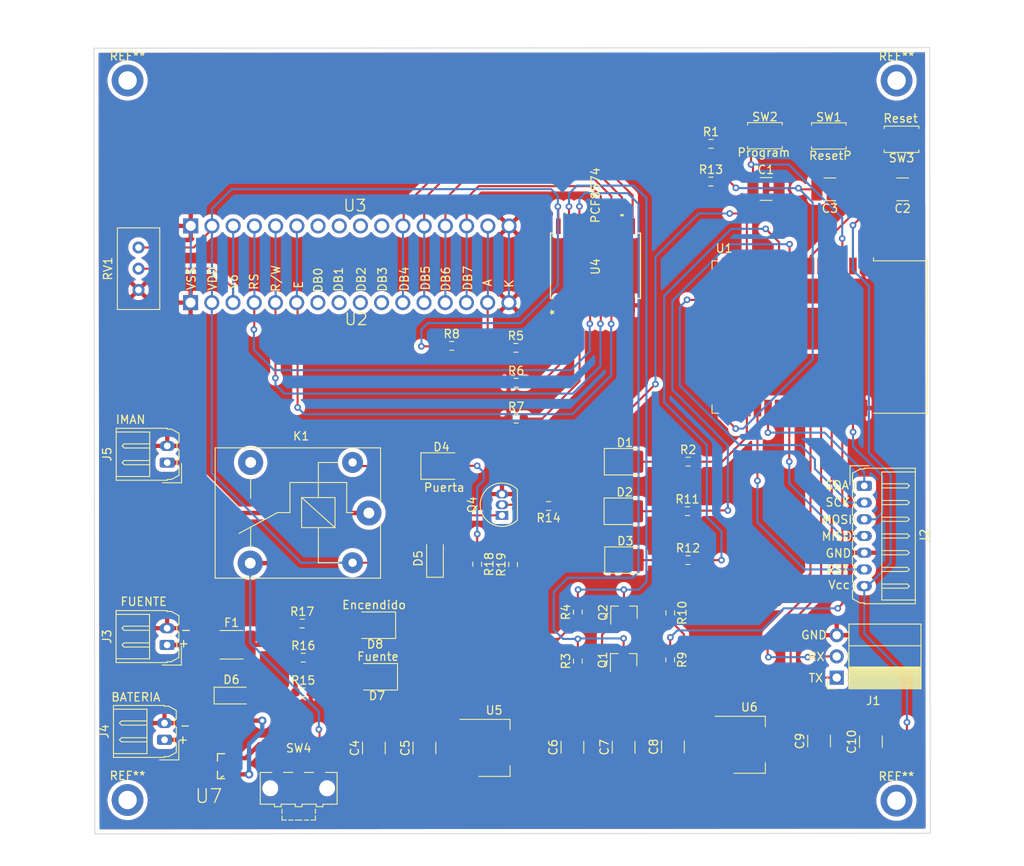
<source format=kicad_pcb>
(kicad_pcb (version 20171130) (host pcbnew "(5.1.10)-1")
  (layers (0 F.Cu signal) (31 B.Cu signal) (34 B.Paste user) (35 F.Paste user) (36 B.SilkS user) (37 F.SilkS user) (38 B.Mask user) (39 F.Mask user) (44 Edge.Cuts user))
  (net 0 "")
  (net 1 GND)
  (net 2 "Net-(C1-Pad1)")
  (net 3 "Net-(C2-Pad2)")
  (net 4 +3V3)
  (net 5 "Net-(C3-Pad2)")
  (net 6 +12V)
  (net 7 +5V)
  (net 8 "Net-(D1-Pad2)")
  (net 9 "Net-(D2-Pad2)")
  (net 10 "Net-(D3-Pad2)")
  (net 11 "Net-(D4-Pad2)")
  (net 12 "Net-(D4-Pad1)")
  (net 13 "Net-(D6-Pad2)")
  (net 14 "Net-(D6-Pad1)")
  (net 15 "Net-(D7-Pad2)")
  (net 16 "Net-(D8-Pad2)")
  (net 17 "Net-(F1-Pad1)")
  (net 18 "Net-(J1-Pad2)")
  (net 19 "Net-(J1-Pad1)")
  (net 20 Vbat)
  (net 21 "Net-(J5-Pad1)")
  (net 22 "Net-(K1-Pad3)")
  (net 23 "Net-(Q1-Pad3)")
  (net 24 SCL)
  (net 25 "Net-(Q2-Pad3)")
  (net 26 SDA)
  (net 27 "Net-(Q4-Pad2)")
  (net 28 "Net-(R2-Pad2)")
  (net 29 "Net-(R5-Pad2)")
  (net 30 "Net-(R6-Pad2)")
  (net 31 "Net-(R7-Pad2)")
  (net 32 "Net-(R8-Pad2)")
  (net 33 "Net-(R11-Pad2)")
  (net 34 "Net-(R12-Pad2)")
  (net 35 Crelay)
  (net 36 "Net-(RV1-Pad2)")
  (net 37 "Net-(SW4-Pad1)")
  (net 38 "Net-(U1-Pad32)")
  (net 39 "Net-(U1-Pad30)")
  (net 40 "Net-(U1-Pad26)")
  (net 41 "Net-(U1-Pad24)")
  (net 42 "Net-(U1-Pad23)")
  (net 43 "Net-(U1-Pad22)")
  (net 44 "Net-(U1-Pad21)")
  (net 45 "Net-(U1-Pad20)")
  (net 46 "Net-(U1-Pad19)")
  (net 47 "Net-(U1-Pad18)")
  (net 48 "Net-(U1-Pad17)")
  (net 49 "Net-(U1-Pad14)")
  (net 50 "Net-(U1-Pad13)")
  (net 51 "Net-(U1-Pad11)")
  (net 52 "Net-(U1-Pad10)")
  (net 53 "Net-(U1-Pad7)")
  (net 54 "Net-(U1-Pad5)")
  (net 55 "Net-(U1-Pad4)")
  (net 56 "Net-(U2-Pad14)")
  (net 57 "Net-(U2-Pad13)")
  (net 58 "Net-(U2-Pad12)")
  (net 59 "Net-(U2-Pad11)")
  (net 60 "Net-(U2-Pad10)")
  (net 61 "Net-(U2-Pad9)")
  (net 62 "Net-(U2-Pad8)")
  (net 63 "Net-(U2-Pad7)")
  (net 64 "Net-(U2-Pad6)")
  (net 65 "Net-(U2-Pad5)")
  (net 66 "Net-(U2-Pad4)")
  (net 67 "Net-(U3-Pad10)")
  (net 68 "Net-(U3-Pad9)")
  (net 69 "Net-(U3-Pad8)")
  (net 70 "Net-(U3-Pad7)")
  (net 71 "Net-(U4-Pad13)")
  (net 72 "Net-(U4-Pad7)")
  (net 73 "Net-(J2-Pad6)")
  (net 74 "Net-(J2-Pad4)")
  (net 75 "Net-(J2-Pad3)")
  (net 76 "Net-(J2-Pad2)")
  (net 77 "Net-(J2-Pad1)")
  (module MountingHole:MountingHole_2.2mm_M2_ISO14580_Pad (layer F.Cu) (at 115.65 147.87)
    (fp_text reference REF** (at 0 -2.9) (layer F.SilkS))
    (fp_text value MountingHole_2.2mm_M2_ISO14580_Pad)
    (pad 1 thru_hole circle (at 0 0) (size 3.8 3.8) (drill 2.2) (layers *.Cu *.Mask))
  )
  (module MountingHole:MountingHole_2.2mm_M2_ISO14580_Pad (layer F.Cu) (at 207.67 147.95)
    (fp_text reference REF** (at 0 -2.9) (layer F.SilkS))
    (fp_text value MountingHole_2.2mm_M2_ISO14580_Pad)
    (pad 1 thru_hole circle (at 0 0) (size 3.8 3.8) (drill 2.2) (layers *.Cu *.Mask))
  )
  (module MountingHole:MountingHole_2.2mm_M2_ISO14580_Pad (layer F.Cu) (at 207.69 61.76)
    (fp_text reference REF** (at 0 -2.9) (layer F.SilkS))
    (fp_text value MountingHole_2.2mm_M2_ISO14580_Pad)
    (pad 1 thru_hole circle (at 0 0) (size 3.8 3.8) (drill 2.2) (layers *.Cu *.Mask))
  )
  (module MountingHole:MountingHole_2.2mm_M2_ISO14580_Pad (layer F.Cu) (at 115.65 61.75)
    (fp_text reference REF** (at 0 -2.9) (layer F.SilkS))
    (fp_text value MountingHole_2.2mm_M2_ISO14580_Pad)
    (pad 1 thru_hole circle (at 0 0) (size 3.8 3.8) (drill 2.2) (layers *.Cu *.Mask))
  )
  (module LIB:LCD_LCD-20X4B (layer F.Cu) (at 143.14 87.86)
    (fp_text reference U2 (at -0.13 2.475) (layer F.SilkS) (effects (font (size 1.4 1.4))))
    (fp_text value NHD-0420H1Z)
    (pad 16 thru_hole circle (at 18.15 0.48) (size 1.8 1.8) (drill 1.2) (layers *.Cu *.Mask) (net 1 GND))
    (pad 15 thru_hole circle (at 15.61 0.48) (size 1.8 1.8) (drill 1.2) (layers *.Cu *.Mask) (net 32 "Net-(R8-Pad2)"))
    (pad 14 thru_hole circle (at 13.07 0.48) (size 1.8 1.8) (drill 1.2) (layers *.Cu *.Mask) (net 56 "Net-(U2-Pad14)"))
    (pad 13 thru_hole circle (at 10.53 0.48) (size 1.8 1.8) (drill 1.2) (layers *.Cu *.Mask) (net 57 "Net-(U2-Pad13)"))
    (pad 12 thru_hole circle (at 7.99 0.48) (size 1.8 1.8) (drill 1.2) (layers *.Cu *.Mask) (net 58 "Net-(U2-Pad12)"))
    (pad 11 thru_hole circle (at 5.45 0.48) (size 1.8 1.8) (drill 1.2) (layers *.Cu *.Mask) (net 59 "Net-(U2-Pad11)"))
    (pad 10 thru_hole circle (at 2.91 0.48) (size 1.8 1.8) (drill 1.2) (layers *.Cu *.Mask) (net 60 "Net-(U2-Pad10)"))
    (pad 9 thru_hole circle (at 0.37 0.48) (size 1.8 1.8) (drill 1.2) (layers *.Cu *.Mask) (net 61 "Net-(U2-Pad9)"))
    (pad 8 thru_hole circle (at -2.17 0.48) (size 1.8 1.8) (drill 1.2) (layers *.Cu *.Mask) (net 62 "Net-(U2-Pad8)"))
    (pad 7 thru_hole circle (at -4.71 0.48) (size 1.8 1.8) (drill 1.2) (layers *.Cu *.Mask) (net 63 "Net-(U2-Pad7)"))
    (pad 6 thru_hole circle (at -7.25 0.48) (size 1.8 1.8) (drill 1.2) (layers *.Cu *.Mask) (net 64 "Net-(U2-Pad6)"))
    (pad 5 thru_hole circle (at -9.79 0.48) (size 1.8 1.8) (drill 1.2) (layers *.Cu *.Mask) (net 65 "Net-(U2-Pad5)"))
    (pad 4 thru_hole circle (at -12.33 0.48) (size 1.8 1.8) (drill 1.2) (layers *.Cu *.Mask) (net 66 "Net-(U2-Pad4)"))
    (pad 3 thru_hole circle (at -14.87 0.48) (size 1.8 1.8) (drill 1.2) (layers *.Cu *.Mask) (net 36 "Net-(RV1-Pad2)"))
    (pad 2 thru_hole circle (at -17.41 0.48) (size 1.8 1.8) (drill 1.2) (layers *.Cu *.Mask) (net 7 +5V))
    (pad 1 thru_hole rect (at -19.95 0.48) (size 1.8 1.8) (drill 1.2) (layers *.Cu *.Mask) (net 1 GND))
  )
  (module LIB:LCD_LCD-20X4B (layer F.Cu) (at 143.16 78.68)
    (fp_text reference U3 (at -0.29 -1.95) (layer F.SilkS) (effects (font (size 1.4 1.4))))
    (fp_text value NHD-0420H1Z)
    (pad 16 thru_hole circle (at 18.15 0.48) (size 1.8 1.8) (drill 1.2) (layers *.Cu *.Mask) (net 1 GND))
    (pad 15 thru_hole circle (at 15.61 0.48) (size 1.8 1.8) (drill 1.2) (layers *.Cu *.Mask) (net 32 "Net-(R8-Pad2)"))
    (pad 14 thru_hole circle (at 13.07 0.48) (size 1.8 1.8) (drill 1.2) (layers *.Cu *.Mask) (net 56 "Net-(U2-Pad14)"))
    (pad 13 thru_hole circle (at 10.53 0.48) (size 1.8 1.8) (drill 1.2) (layers *.Cu *.Mask) (net 57 "Net-(U2-Pad13)"))
    (pad 12 thru_hole circle (at 7.99 0.48) (size 1.8 1.8) (drill 1.2) (layers *.Cu *.Mask) (net 58 "Net-(U2-Pad12)"))
    (pad 11 thru_hole circle (at 5.45 0.48) (size 1.8 1.8) (drill 1.2) (layers *.Cu *.Mask) (net 59 "Net-(U2-Pad11)"))
    (pad 10 thru_hole circle (at 2.91 0.48) (size 1.8 1.8) (drill 1.2) (layers *.Cu *.Mask) (net 67 "Net-(U3-Pad10)"))
    (pad 9 thru_hole circle (at 0.37 0.48) (size 1.8 1.8) (drill 1.2) (layers *.Cu *.Mask) (net 68 "Net-(U3-Pad9)"))
    (pad 8 thru_hole circle (at -2.17 0.48) (size 1.8 1.8) (drill 1.2) (layers *.Cu *.Mask) (net 69 "Net-(U3-Pad8)"))
    (pad 7 thru_hole circle (at -4.71 0.48) (size 1.8 1.8) (drill 1.2) (layers *.Cu *.Mask) (net 70 "Net-(U3-Pad7)"))
    (pad 6 thru_hole circle (at -7.25 0.48) (size 1.8 1.8) (drill 1.2) (layers *.Cu *.Mask) (net 64 "Net-(U2-Pad6)"))
    (pad 5 thru_hole circle (at -9.79 0.48) (size 1.8 1.8) (drill 1.2) (layers *.Cu *.Mask) (net 65 "Net-(U2-Pad5)"))
    (pad 4 thru_hole circle (at -12.33 0.48) (size 1.8 1.8) (drill 1.2) (layers *.Cu *.Mask) (net 66 "Net-(U2-Pad4)"))
    (pad 3 thru_hole circle (at -14.87 0.48) (size 1.8 1.8) (drill 1.2) (layers *.Cu *.Mask) (net 36 "Net-(RV1-Pad2)"))
    (pad 2 thru_hole circle (at -17.41 0.48) (size 1.8 1.8) (drill 1.2) (layers *.Cu *.Mask) (net 7 +5V))
    (pad 1 thru_hole rect (at -19.95 0.48) (size 1.8 1.8) (drill 1.2) (layers *.Cu *.Mask) (net 1 GND))
  )
  (module LIB:SOT95P240X105-3N (layer F.Cu) (at 127.12 143.82 180)
    (fp_text reference U7 (at 1.753325 -3.582895) (layer F.SilkS) (effects (font (size 1.640685 1.640685))))
    (fp_text value DMG3415U-7)
    (pad 3 smd rect (at 1.016 0 180) (size 1.3208 0.5588) (layers F.Cu F.Paste F.Mask) (net 20 Vbat))
    (pad 2 smd rect (at -1.016 0.9652 180) (size 1.3208 0.5588) (layers F.Cu F.Paste F.Mask) (net 14 "Net-(D6-Pad1)"))
    (pad 1 smd rect (at -1.016 -0.9652 180) (size 1.3208 0.5588) (layers F.Cu F.Paste F.Mask) (net 13 "Net-(D6-Pad2)"))
  )
  (module Package_TO_SOT_SMD:SOT-223-3_TabPin2 (layer F.Cu) (at 190.07 141.26)
    (fp_text reference U6 (at 0 -4.5) (layer F.SilkS))
    (fp_text value AMS1117-3.3)
    (pad 1 smd rect (at -3.15 -2.3) (size 2 1.5) (layers F.Cu F.Paste F.Mask) (net 1 GND))
    (pad 3 smd rect (at -3.15 2.3) (size 2 1.5) (layers F.Cu F.Paste F.Mask) (net 7 +5V))
    (pad 2 smd rect (at -3.15 0) (size 2 1.5) (layers F.Cu F.Paste F.Mask) (net 4 +3V3))
    (pad 2 smd rect (at 3.15 0) (size 2 3.8) (layers F.Cu F.Paste F.Mask) (net 4 +3V3))
  )
  (module Package_TO_SOT_SMD:SOT-223-3_TabPin2 (layer F.Cu) (at 159.52 141.63)
    (fp_text reference U5 (at 0 -4.5) (layer F.SilkS))
    (fp_text value AMS1117-5.0)
    (pad 1 smd rect (at -3.15 -2.3) (size 2 1.5) (layers F.Cu F.Paste F.Mask) (net 1 GND))
    (pad 3 smd rect (at -3.15 2.3) (size 2 1.5) (layers F.Cu F.Paste F.Mask) (net 6 +12V))
    (pad 2 smd rect (at -3.15 0) (size 2 1.5) (layers F.Cu F.Paste F.Mask) (net 7 +5V))
    (pad 2 smd rect (at 3.15 0) (size 2 3.8) (layers F.Cu F.Paste F.Mask) (net 7 +5V))
  )
  (module LIB:PCF8574ADWR_DW16 (layer F.Cu) (at 171.65 83.93 90)
    (fp_text reference U4 (at -0.1016 0 90) (layer F.SilkS))
    (fp_text value PCF8574 (at 8.4328 0 90) (layer F.SilkS))
    (fp_text user * (at -5.5626 -4.8768 90) (layer F.SilkS))
    (pad 16 smd rect (at 4.7343 -4.445 90) (size 1.874 0.568) (layers F.Cu F.Paste F.Mask) (net 7 +5V))
    (pad 15 smd rect (at 4.7343 -3.175 90) (size 1.874 0.568) (layers F.Cu F.Paste F.Mask) (net 25 "Net-(Q2-Pad3)"))
    (pad 14 smd rect (at 4.7343 -1.905 90) (size 1.874 0.568) (layers F.Cu F.Paste F.Mask) (net 23 "Net-(Q1-Pad3)"))
    (pad 13 smd rect (at 4.7343 -0.635 90) (size 1.874 0.568) (layers F.Cu F.Paste F.Mask) (net 71 "Net-(U4-Pad13)"))
    (pad 12 smd rect (at 4.7343 0.635 90) (size 1.874 0.568) (layers F.Cu F.Paste F.Mask) (net 56 "Net-(U2-Pad14)"))
    (pad 11 smd rect (at 4.7343 1.905 90) (size 1.874 0.568) (layers F.Cu F.Paste F.Mask) (net 57 "Net-(U2-Pad13)"))
    (pad 10 smd rect (at 4.7343 3.175 90) (size 1.874 0.568) (layers F.Cu F.Paste F.Mask) (net 58 "Net-(U2-Pad12)"))
    (pad 9 smd rect (at 4.7343 4.445 90) (size 1.874 0.568) (layers F.Cu F.Paste F.Mask) (net 59 "Net-(U2-Pad11)"))
    (pad 8 smd rect (at -4.7343 4.445 90) (size 1.874 0.568) (layers F.Cu F.Paste F.Mask) (net 1 GND))
    (pad 7 smd rect (at -4.7343 3.175 90) (size 1.874 0.568) (layers F.Cu F.Paste F.Mask) (net 72 "Net-(U4-Pad7)"))
    (pad 6 smd rect (at -4.7343 1.905 90) (size 1.874 0.568) (layers F.Cu F.Paste F.Mask) (net 64 "Net-(U2-Pad6)"))
    (pad 5 smd rect (at -4.7343 0.635 90) (size 1.874 0.568) (layers F.Cu F.Paste F.Mask) (net 65 "Net-(U2-Pad5)"))
    (pad 4 smd rect (at -4.7343 -0.635 90) (size 1.874 0.568) (layers F.Cu F.Paste F.Mask) (net 66 "Net-(U2-Pad4)"))
    (pad 3 smd rect (at -4.7343 -1.905 90) (size 1.874 0.568) (layers F.Cu F.Paste F.Mask) (net 31 "Net-(R7-Pad2)"))
    (pad 2 smd rect (at -4.7343 -3.175 90) (size 1.874 0.568) (layers F.Cu F.Paste F.Mask) (net 30 "Net-(R6-Pad2)"))
    (pad 1 smd rect (at -4.7343 -4.445 90) (size 1.874 0.568) (layers F.Cu F.Paste F.Mask) (net 29 "Net-(R5-Pad2)"))
  )
  (module RF_Module:ESP32-WROOM-32 (layer F.Cu) (at 195.48 92.46 270)
    (fp_text reference U1 (at -10.61 8.43) (layer F.SilkS))
    (fp_text value ESP32-WROOM-32)
    (pad 38 smd rect (at 8.5 -8.255 270) (size 2 0.9) (layers F.Cu F.Paste F.Mask) (net 1 GND))
    (pad 37 smd rect (at 8.5 -6.985 270) (size 2 0.9) (layers F.Cu F.Paste F.Mask) (net 75 "Net-(J2-Pad3)"))
    (pad 36 smd rect (at 8.5 -5.715 270) (size 2 0.9) (layers F.Cu F.Paste F.Mask) (net 24 SCL))
    (pad 35 smd rect (at 8.5 -4.445 270) (size 2 0.9) (layers F.Cu F.Paste F.Mask) (net 19 "Net-(J1-Pad1)"))
    (pad 34 smd rect (at 8.5 -3.175 270) (size 2 0.9) (layers F.Cu F.Paste F.Mask) (net 18 "Net-(J1-Pad2)"))
    (pad 33 smd rect (at 8.5 -1.905 270) (size 2 0.9) (layers F.Cu F.Paste F.Mask) (net 26 SDA))
    (pad 32 smd rect (at 8.5 -0.635 270) (size 2 0.9) (layers F.Cu F.Paste F.Mask) (net 38 "Net-(U1-Pad32)"))
    (pad 31 smd rect (at 8.5 0.635 270) (size 2 0.9) (layers F.Cu F.Paste F.Mask) (net 74 "Net-(J2-Pad4)"))
    (pad 30 smd rect (at 8.5 1.905 270) (size 2 0.9) (layers F.Cu F.Paste F.Mask) (net 39 "Net-(U1-Pad30)"))
    (pad 29 smd rect (at 8.5 3.175 270) (size 2 0.9) (layers F.Cu F.Paste F.Mask) (net 77 "Net-(J2-Pad1)"))
    (pad 28 smd rect (at 8.5 4.445 270) (size 2 0.9) (layers F.Cu F.Paste F.Mask) (net 73 "Net-(J2-Pad6)"))
    (pad 27 smd rect (at 8.5 5.715 270) (size 2 0.9) (layers F.Cu F.Paste F.Mask) (net 28 "Net-(R2-Pad2)"))
    (pad 26 smd rect (at 8.5 6.985 270) (size 2 0.9) (layers F.Cu F.Paste F.Mask) (net 40 "Net-(U1-Pad26)"))
    (pad 25 smd rect (at 8.5 8.255 270) (size 2 0.9) (layers F.Cu F.Paste F.Mask) (net 5 "Net-(C3-Pad2)"))
    (pad 24 smd rect (at 5.715 9.255) (size 2 0.9) (layers F.Cu F.Paste F.Mask) (net 41 "Net-(U1-Pad24)"))
    (pad 23 smd rect (at 4.445 9.255) (size 2 0.9) (layers F.Cu F.Paste F.Mask) (net 42 "Net-(U1-Pad23)"))
    (pad 22 smd rect (at 3.175 9.255) (size 2 0.9) (layers F.Cu F.Paste F.Mask) (net 43 "Net-(U1-Pad22)"))
    (pad 21 smd rect (at 1.905 9.255) (size 2 0.9) (layers F.Cu F.Paste F.Mask) (net 44 "Net-(U1-Pad21)"))
    (pad 20 smd rect (at 0.635 9.255) (size 2 0.9) (layers F.Cu F.Paste F.Mask) (net 45 "Net-(U1-Pad20)"))
    (pad 19 smd rect (at -0.635 9.255) (size 2 0.9) (layers F.Cu F.Paste F.Mask) (net 46 "Net-(U1-Pad19)"))
    (pad 18 smd rect (at -1.905 9.255) (size 2 0.9) (layers F.Cu F.Paste F.Mask) (net 47 "Net-(U1-Pad18)"))
    (pad 17 smd rect (at -3.175 9.255) (size 2 0.9) (layers F.Cu F.Paste F.Mask) (net 48 "Net-(U1-Pad17)"))
    (pad 16 smd rect (at -4.445 9.255) (size 2 0.9) (layers F.Cu F.Paste F.Mask) (net 76 "Net-(J2-Pad2)"))
    (pad 15 smd rect (at -5.715 9.255) (size 2 0.9) (layers F.Cu F.Paste F.Mask) (net 1 GND))
    (pad 14 smd rect (at -8.5 8.255 270) (size 2 0.9) (layers F.Cu F.Paste F.Mask) (net 49 "Net-(U1-Pad14)"))
    (pad 13 smd rect (at -8.5 6.985 270) (size 2 0.9) (layers F.Cu F.Paste F.Mask) (net 50 "Net-(U1-Pad13)"))
    (pad 12 smd rect (at -8.5 5.715 270) (size 2 0.9) (layers F.Cu F.Paste F.Mask) (net 35 Crelay))
    (pad 11 smd rect (at -8.5 4.445 270) (size 2 0.9) (layers F.Cu F.Paste F.Mask) (net 51 "Net-(U1-Pad11)"))
    (pad 10 smd rect (at -8.5 3.175 270) (size 2 0.9) (layers F.Cu F.Paste F.Mask) (net 52 "Net-(U1-Pad10)"))
    (pad 9 smd rect (at -8.5 1.905 270) (size 2 0.9) (layers F.Cu F.Paste F.Mask) (net 34 "Net-(R12-Pad2)"))
    (pad 8 smd rect (at -8.5 0.635 270) (size 2 0.9) (layers F.Cu F.Paste F.Mask) (net 33 "Net-(R11-Pad2)"))
    (pad 7 smd rect (at -8.5 -0.635 270) (size 2 0.9) (layers F.Cu F.Paste F.Mask) (net 53 "Net-(U1-Pad7)"))
    (pad 6 smd rect (at -8.5 -1.905 270) (size 2 0.9) (layers F.Cu F.Paste F.Mask) (net 3 "Net-(C2-Pad2)"))
    (pad 5 smd rect (at -8.5 -3.175 270) (size 2 0.9) (layers F.Cu F.Paste F.Mask) (net 54 "Net-(U1-Pad5)"))
    (pad 4 smd rect (at -8.5 -4.445 270) (size 2 0.9) (layers F.Cu F.Paste F.Mask) (net 55 "Net-(U1-Pad4)"))
    (pad 3 smd rect (at -8.5 -5.715 270) (size 2 0.9) (layers F.Cu F.Paste F.Mask) (net 2 "Net-(C1-Pad1)"))
    (pad 2 smd rect (at -8.5 -6.985 270) (size 2 0.9) (layers F.Cu F.Paste F.Mask) (net 4 +3V3))
    (pad 1 smd rect (at -8.5 -8.255 270) (size 2 0.9) (layers F.Cu F.Paste F.Mask) (net 1 GND))
    (pad 39 smd rect (at -1 -0.755 270) (size 5 5) (layers F.Cu F.Paste F.Mask) (net 1 GND))
  )
  (module Button_Switch_SMD:SW_SPDT_CK-JS102011SAQN (layer F.Cu) (at 136.13 146.47)
    (fp_text reference SW4 (at 0 -4.8) (layer F.SilkS))
    (fp_text value SW_DPDT_x2)
    (pad "" np_thru_hole circle (at 3.4 0) (size 0.9 0.9) (drill 0.9) (layers *.Cu *.Mask))
    (pad "" np_thru_hole circle (at -3.4 0) (size 0.9 0.9) (drill 0.9) (layers *.Cu *.Mask))
    (pad 3 smd rect (at 2.5 -2.75) (size 1.25 2.5) (layers F.Cu F.Paste F.Mask) (net 6 +12V))
    (pad 2 smd rect (at 0 -2.75) (size 1.25 2.5) (layers F.Cu F.Paste F.Mask) (net 14 "Net-(D6-Pad1)"))
    (pad 1 smd rect (at -2.5 -2.75) (size 1.25 2.5) (layers F.Cu F.Paste F.Mask) (net 37 "Net-(SW4-Pad1)"))
  )
  (module Button_Switch_SMD:SW_Push_SPST_NO_Alps_SKRK (layer F.Cu) (at 208.28 68.79 180)
    (fp_text reference SW3 (at 0 -2.25) (layer F.SilkS))
    (fp_text value Reset)
    (pad 1 smd roundrect (at -2.1 0 180) (size 0.8 2) (layers F.Cu F.Paste F.Mask) (net 4 +3V3))
    (pad 2 smd roundrect (at 2.1 0 180) (size 0.8 2) (layers F.Cu F.Paste F.Mask) (net 3 "Net-(C2-Pad2)"))
  )
  (module Button_Switch_SMD:SW_Push_SPST_NO_Alps_SKRK (layer F.Cu) (at 191.93 68.36)
    (fp_text reference SW2 (at 0 -2.25) (layer F.SilkS))
    (fp_text value ResetP)
    (pad 1 smd roundrect (at -2.1 0) (size 0.8 2) (layers F.Cu F.Paste F.Mask) (net 2 "Net-(C1-Pad1)"))
    (pad 2 smd roundrect (at 2.1 0) (size 0.8 2) (layers F.Cu F.Paste F.Mask) (net 1 GND))
  )
  (module Button_Switch_SMD:SW_Push_SPST_NO_Alps_SKRK (layer F.Cu) (at 199.58 68.39)
    (fp_text reference SW1 (at 0 -2.25) (layer F.SilkS))
    (fp_text value Program)
    (pad 1 smd roundrect (at -2.1 0) (size 0.8 2) (layers F.Cu F.Paste F.Mask) (net 5 "Net-(C3-Pad2)"))
    (pad 2 smd roundrect (at 2.1 0) (size 0.8 2) (layers F.Cu F.Paste F.Mask) (net 1 GND))
  )
  (module Potentiometer_THT:Potentiometer_Bourns_3296W_Vertical (layer F.Cu) (at 116.96 81.74 90)
    (fp_text reference RV1 (at -2.54 -3.66 90) (layer F.SilkS))
    (fp_text value 10k)
    (pad 3 thru_hole circle (at -5.08 0 90) (size 1.44 1.44) (drill 0.8) (layers *.Cu *.Mask) (net 1 GND))
    (pad 2 thru_hole circle (at -2.54 0 90) (size 1.44 1.44) (drill 0.8) (layers *.Cu *.Mask) (net 36 "Net-(RV1-Pad2)"))
    (pad 1 thru_hole circle (at 0 0 90) (size 1.44 1.44) (drill 0.8) (layers *.Cu *.Mask) (net 7 +5V))
  )
  (module Resistor_SMD:R_0603_1608Metric_Pad0.98x0.95mm_HandSolder (layer F.Cu) (at 161.79 119.6875 90)
    (fp_text reference R19 (at 0 -1.43 90) (layer F.SilkS))
    (fp_text value 100k)
    (pad 2 smd roundrect (at 0.9125 0 90) (size 0.975 0.95) (layers F.Cu F.Paste F.Mask) (net 1 GND))
    (pad 1 smd roundrect (at -0.9125 0 90) (size 0.975 0.95) (layers F.Cu F.Paste F.Mask) (net 27 "Net-(Q4-Pad2)"))
  )
  (module Resistor_SMD:R_0603_1608Metric_Pad0.98x0.95mm_HandSolder (layer F.Cu) (at 157.49 119.64 270)
    (fp_text reference R18 (at 0 -1.43 90) (layer F.SilkS))
    (fp_text value 1.8k)
    (pad 2 smd roundrect (at 0.9125 0 270) (size 0.975 0.95) (layers F.Cu F.Paste F.Mask) (net 7 +5V))
    (pad 1 smd roundrect (at -0.9125 0 270) (size 0.975 0.95) (layers F.Cu F.Paste F.Mask) (net 11 "Net-(D4-Pad2)"))
  )
  (module Resistor_SMD:R_0603_1608Metric_Pad0.98x0.95mm_HandSolder (layer F.Cu) (at 136.55 126.75)
    (fp_text reference R17 (at 0 -1.43) (layer F.SilkS))
    (fp_text value 1k)
    (pad 2 smd roundrect (at 0.9125 0) (size 0.975 0.95) (layers F.Cu F.Paste F.Mask) (net 16 "Net-(D8-Pad2)"))
    (pad 1 smd roundrect (at -0.9125 0) (size 0.975 0.95) (layers F.Cu F.Paste F.Mask) (net 6 +12V))
  )
  (module Resistor_SMD:R_0603_1608Metric_Pad0.98x0.95mm_HandSolder (layer F.Cu) (at 136.67 130.83)
    (fp_text reference R16 (at 0 -1.43) (layer F.SilkS))
    (fp_text value 1k)
    (pad 2 smd roundrect (at 0.9125 0) (size 0.975 0.95) (layers F.Cu F.Paste F.Mask) (net 15 "Net-(D7-Pad2)"))
    (pad 1 smd roundrect (at -0.9125 0) (size 0.975 0.95) (layers F.Cu F.Paste F.Mask) (net 13 "Net-(D6-Pad2)"))
  )
  (module Resistor_SMD:R_0603_1608Metric_Pad0.98x0.95mm_HandSolder (layer F.Cu) (at 136.6575 134.98)
    (fp_text reference R15 (at 0 -1.43) (layer F.SilkS))
    (fp_text value 100k)
    (pad 2 smd roundrect (at 0.9125 0) (size 0.975 0.95) (layers F.Cu F.Paste F.Mask) (net 1 GND))
    (pad 1 smd roundrect (at -0.9125 0) (size 0.975 0.95) (layers F.Cu F.Paste F.Mask) (net 13 "Net-(D6-Pad2)"))
  )
  (module Resistor_SMD:R_0603_1608Metric_Pad0.98x0.95mm_HandSolder (layer F.Cu) (at 166.04 112.68 180)
    (fp_text reference R14 (at 0 -1.43) (layer F.SilkS))
    (fp_text value 1.2k)
    (pad 2 smd roundrect (at 0.9125 0 180) (size 0.975 0.95) (layers F.Cu F.Paste F.Mask) (net 27 "Net-(Q4-Pad2)"))
    (pad 1 smd roundrect (at -0.9125 0 180) (size 0.975 0.95) (layers F.Cu F.Paste F.Mask) (net 35 Crelay))
  )
  (module Resistor_SMD:R_0603_1608Metric_Pad0.98x0.95mm_HandSolder (layer F.Cu) (at 185.47 73.85)
    (fp_text reference R13 (at 0 -1.43) (layer F.SilkS))
    (fp_text value 10k)
    (pad 2 smd roundrect (at 0.9125 0) (size 0.975 0.95) (layers F.Cu F.Paste F.Mask) (net 5 "Net-(C3-Pad2)"))
    (pad 1 smd roundrect (at -0.9125 0) (size 0.975 0.95) (layers F.Cu F.Paste F.Mask) (net 4 +3V3))
  )
  (module Resistor_SMD:R_0603_1608Metric_Pad0.98x0.95mm_HandSolder (layer F.Cu) (at 182.72 119.16)
    (fp_text reference R12 (at 0 -1.43) (layer F.SilkS))
    (fp_text value 220)
    (pad 1 smd roundrect (at -0.9125 0) (size 0.975 0.95) (layers F.Cu F.Paste F.Mask) (net 10 "Net-(D3-Pad2)"))
    (pad 2 smd roundrect (at 0.9125 0) (size 0.975 0.95) (layers F.Cu F.Paste F.Mask) (net 34 "Net-(R12-Pad2)"))
  )
  (module Resistor_SMD:R_0603_1608Metric_Pad0.98x0.95mm_HandSolder (layer F.Cu) (at 182.66 113.3)
    (fp_text reference R11 (at 0 -1.43) (layer F.SilkS))
    (fp_text value 220)
    (pad 1 smd roundrect (at -0.9125 0) (size 0.975 0.95) (layers F.Cu F.Paste F.Mask) (net 9 "Net-(D2-Pad2)"))
    (pad 2 smd roundrect (at 0.9125 0) (size 0.975 0.95) (layers F.Cu F.Paste F.Mask) (net 33 "Net-(R11-Pad2)"))
  )
  (module Resistor_SMD:R_0603_1608Metric_Pad0.98x0.95mm_HandSolder (layer F.Cu) (at 180.6 125.47 270)
    (fp_text reference R10 (at 0 -1.43 90) (layer F.SilkS))
    (fp_text value 10k)
    (pad 2 smd roundrect (at 0.9125 0 270) (size 0.975 0.95) (layers F.Cu F.Paste F.Mask) (net 4 +3V3))
    (pad 1 smd roundrect (at -0.9125 0 270) (size 0.975 0.95) (layers F.Cu F.Paste F.Mask) (net 26 SDA))
  )
  (module Resistor_SMD:R_0603_1608Metric_Pad0.98x0.95mm_HandSolder (layer F.Cu) (at 180.59 131.09 270)
    (fp_text reference R9 (at 0 -1.43 90) (layer F.SilkS))
    (fp_text value 10k)
    (pad 2 smd roundrect (at 0.9125 0 270) (size 0.975 0.95) (layers F.Cu F.Paste F.Mask) (net 4 +3V3))
    (pad 1 smd roundrect (at -0.9125 0 270) (size 0.975 0.95) (layers F.Cu F.Paste F.Mask) (net 24 SCL))
  )
  (module Resistor_SMD:R_0603_1608Metric_Pad0.98x0.95mm_HandSolder (layer F.Cu) (at 154.44 93.52)
    (fp_text reference R8 (at 0 -1.43) (layer F.SilkS))
    (fp_text value 330)
    (pad 2 smd roundrect (at 0.9125 0) (size 0.975 0.95) (layers F.Cu F.Paste F.Mask) (net 32 "Net-(R8-Pad2)"))
    (pad 1 smd roundrect (at -0.9125 0) (size 0.975 0.95) (layers F.Cu F.Paste F.Mask) (net 7 +5V))
  )
  (module Resistor_SMD:R_0603_1608Metric_Pad0.98x0.95mm_HandSolder (layer F.Cu) (at 162.16 102.22)
    (fp_text reference R7 (at 0 -1.43) (layer F.SilkS))
    (fp_text value 100k)
    (pad 2 smd roundrect (at 0.9125 0) (size 0.975 0.95) (layers F.Cu F.Paste F.Mask) (net 31 "Net-(R7-Pad2)"))
    (pad 1 smd roundrect (at -0.9125 0) (size 0.975 0.95) (layers F.Cu F.Paste F.Mask) (net 1 GND))
  )
  (module Resistor_SMD:R_0603_1608Metric_Pad0.98x0.95mm_HandSolder (layer F.Cu) (at 162.16 97.93)
    (fp_text reference R6 (at 0 -1.43) (layer F.SilkS))
    (fp_text value 100k)
    (pad 2 smd roundrect (at 0.9125 0) (size 0.975 0.95) (layers F.Cu F.Paste F.Mask) (net 30 "Net-(R6-Pad2)"))
    (pad 1 smd roundrect (at -0.9125 0) (size 0.975 0.95) (layers F.Cu F.Paste F.Mask) (net 1 GND))
  )
  (module Resistor_SMD:R_0603_1608Metric_Pad0.98x0.95mm_HandSolder (layer F.Cu) (at 162.12 93.75)
    (fp_text reference R5 (at 0 -1.43) (layer F.SilkS))
    (fp_text value 100k)
    (pad 2 smd roundrect (at 0.9125 0) (size 0.975 0.95) (layers F.Cu F.Paste F.Mask) (net 29 "Net-(R5-Pad2)"))
    (pad 1 smd roundrect (at -0.9125 0) (size 0.975 0.95) (layers F.Cu F.Paste F.Mask) (net 1 GND))
  )
  (module Resistor_SMD:R_0603_1608Metric_Pad0.98x0.95mm_HandSolder (layer F.Cu) (at 169.54 125.38 90)
    (fp_text reference R4 (at 0 -1.43 90) (layer F.SilkS))
    (fp_text value 10k)
    (pad 2 smd roundrect (at 0.9125 0 90) (size 0.975 0.95) (layers F.Cu F.Paste F.Mask) (net 25 "Net-(Q2-Pad3)"))
    (pad 1 smd roundrect (at -0.9125 0 90) (size 0.975 0.95) (layers F.Cu F.Paste F.Mask) (net 7 +5V))
  )
  (module Resistor_SMD:R_0603_1608Metric_Pad0.98x0.95mm_HandSolder (layer F.Cu) (at 169.54 131.25 90)
    (fp_text reference R3 (at 0 -1.43 90) (layer F.SilkS))
    (fp_text value 10k)
    (pad 2 smd roundrect (at 0.9125 0 90) (size 0.975 0.95) (layers F.Cu F.Paste F.Mask) (net 23 "Net-(Q1-Pad3)"))
    (pad 1 smd roundrect (at -0.9125 0 90) (size 0.975 0.95) (layers F.Cu F.Paste F.Mask) (net 7 +5V))
  )
  (module Resistor_SMD:R_0603_1608Metric_Pad0.98x0.95mm_HandSolder (layer F.Cu) (at 182.74 107.38)
    (fp_text reference R2 (at 0 -1.43) (layer F.SilkS))
    (fp_text value 220)
    (pad 1 smd roundrect (at -0.9125 0) (size 0.975 0.95) (layers F.Cu F.Paste F.Mask) (net 8 "Net-(D1-Pad2)"))
    (pad 2 smd roundrect (at 0.9125 0) (size 0.975 0.95) (layers F.Cu F.Paste F.Mask) (net 28 "Net-(R2-Pad2)"))
  )
  (module Resistor_SMD:R_0603_1608Metric_Pad0.98x0.95mm_HandSolder (layer F.Cu) (at 185.4775 69.34)
    (fp_text reference R1 (at 0 -1.43) (layer F.SilkS))
    (fp_text value 10k)
    (pad 2 smd roundrect (at 0.9125 0) (size 0.975 0.95) (layers F.Cu F.Paste F.Mask) (net 2 "Net-(C1-Pad1)"))
    (pad 1 smd roundrect (at -0.9125 0) (size 0.975 0.95) (layers F.Cu F.Paste F.Mask) (net 4 +3V3))
  )
  (module Package_TO_SOT_THT:TO-92_Inline (layer F.Cu) (at 160.46 113.8 90)
    (fp_text reference Q4 (at 1.27 -3.56 90) (layer F.SilkS))
    (fp_text value BC548)
    (pad 1 thru_hole rect (at 0 0 90) (size 1.05 1.5) (drill 0.75) (layers *.Cu *.Mask) (net 12 "Net-(D4-Pad1)"))
    (pad 3 thru_hole oval (at 2.54 0 90) (size 1.05 1.5) (drill 0.75) (layers *.Cu *.Mask) (net 1 GND))
    (pad 2 thru_hole oval (at 1.27 0 90) (size 1.05 1.5) (drill 0.75) (layers *.Cu *.Mask) (net 27 "Net-(Q4-Pad2)"))
  )
  (module Package_TO_SOT_SMD:SOT-23 (layer F.Cu) (at 175.06 125.42 90)
    (fp_text reference Q2 (at 0 -2.5 90) (layer F.SilkS))
    (fp_text value BSS138)
    (pad 3 smd rect (at 1 0 90) (size 0.9 0.8) (layers F.Cu F.Paste F.Mask) (net 25 "Net-(Q2-Pad3)"))
    (pad 2 smd rect (at -1 0.95 90) (size 0.9 0.8) (layers F.Cu F.Paste F.Mask) (net 26 SDA))
    (pad 1 smd rect (at -1 -0.95 90) (size 0.9 0.8) (layers F.Cu F.Paste F.Mask) (net 4 +3V3))
  )
  (module Package_TO_SOT_SMD:SOT-23 (layer F.Cu) (at 175.02 131.11 90)
    (fp_text reference Q1 (at 0 -2.5 90) (layer F.SilkS))
    (fp_text value BSS138)
    (pad 3 smd rect (at 1 0 90) (size 0.9 0.8) (layers F.Cu F.Paste F.Mask) (net 23 "Net-(Q1-Pad3)"))
    (pad 2 smd rect (at -1 0.95 90) (size 0.9 0.8) (layers F.Cu F.Paste F.Mask) (net 24 SCL))
    (pad 1 smd rect (at -1 -0.95 90) (size 0.9 0.8) (layers F.Cu F.Paste F.Mask) (net 4 +3V3))
  )
  (module Relay_THT:Relay_SPDT_SANYOU_SRD_Series_Form_C (layer F.Cu) (at 144.53 113.52 180)
    (fp_text reference K1 (at 8.1 9.2) (layer F.SilkS))
    (fp_text value SANYOU_SRD_Form_C)
    (pad 1 thru_hole circle (at 0 0 270) (size 3 3) (drill 1.3) (layers *.Cu *.Mask) (net 21 "Net-(J5-Pad1)"))
    (pad 5 thru_hole circle (at 1.95 -5.95 270) (size 2.5 2.5) (drill 1) (layers *.Cu *.Mask) (net 7 +5V))
    (pad 4 thru_hole circle (at 14.2 -6 270) (size 3 3) (drill 1.3) (layers *.Cu *.Mask) (net 6 +12V))
    (pad 3 thru_hole circle (at 14.15 6.05 270) (size 3 3) (drill 1.3) (layers *.Cu *.Mask) (net 22 "Net-(K1-Pad3)"))
    (pad 2 thru_hole circle (at 1.95 6.05 270) (size 2.5 2.5) (drill 1) (layers *.Cu *.Mask) (net 12 "Net-(D4-Pad1)"))
  )
  (module Connector_Molex:Molex_Micro-Latch_53254-0270_1x02_P2.00mm_Horizontal (layer F.Cu) (at 120.4 107.49 90)
    (fp_text reference J5 (at 1 -7.2 90) (layer F.SilkS))
    (fp_text value Conn_01x02_Female)
    (pad 2 thru_hole oval (at 2 0 90) (size 1.2 1.8) (drill 0.8) (layers *.Cu *.Mask) (net 1 GND))
    (pad 1 thru_hole roundrect (at 0 0 90) (size 1.2 1.8) (drill 0.8) (layers *.Cu *.Mask) (roundrect_rratio 0.208333) (net 21 "Net-(J5-Pad1)"))
  )
  (module Connector_Molex:Molex_Micro-Latch_53254-0270_1x02_P2.00mm_Horizontal (layer F.Cu) (at 120.07 140.66 90)
    (fp_text reference J4 (at 1 -7.2 90) (layer F.SilkS))
    (fp_text value Conn_01x02_Female)
    (pad 2 thru_hole oval (at 2 0 90) (size 1.2 1.8) (drill 0.8) (layers *.Cu *.Mask) (net 1 GND))
    (pad 1 thru_hole roundrect (at 0 0 90) (size 1.2 1.8) (drill 0.8) (layers *.Cu *.Mask) (roundrect_rratio 0.208333) (net 20 Vbat))
  )
  (module Connector_Molex:Molex_Micro-Latch_53254-0270_1x02_P2.00mm_Horizontal (layer F.Cu) (at 120.38 129.31 90)
    (fp_text reference J3 (at 1 -7.2 90) (layer F.SilkS))
    (fp_text value Conn_01x02_Female)
    (pad 2 thru_hole oval (at 2 0 90) (size 1.2 1.8) (drill 0.8) (layers *.Cu *.Mask) (net 1 GND))
    (pad 1 thru_hole roundrect (at 0 0 90) (size 1.2 1.8) (drill 0.8) (layers *.Cu *.Mask) (roundrect_rratio 0.208333) (net 17 "Net-(F1-Pad1)"))
  )
  (module Connector_Molex:Molex_Micro-Latch_53254-0770_1x07_P2.00mm_Horizontal (layer F.Cu) (at 203.82 110.27 270)
    (fp_text reference J2 (at 6 -7.2 90) (layer F.SilkS))
    (fp_text value Conn_01x07_Female)
    (pad 7 thru_hole oval (at 12 0 270) (size 1.2 1.8) (drill 0.8) (layers *.Cu *.Mask) (net 4 +3V3))
    (pad 6 thru_hole oval (at 10 0 270) (size 1.2 1.8) (drill 0.8) (layers *.Cu *.Mask) (net 73 "Net-(J2-Pad6)"))
    (pad 5 thru_hole oval (at 8 0 270) (size 1.2 1.8) (drill 0.8) (layers *.Cu *.Mask) (net 1 GND))
    (pad 4 thru_hole oval (at 6 0 270) (size 1.2 1.8) (drill 0.8) (layers *.Cu *.Mask) (net 74 "Net-(J2-Pad4)"))
    (pad 3 thru_hole oval (at 4 0 270) (size 1.2 1.8) (drill 0.8) (layers *.Cu *.Mask) (net 75 "Net-(J2-Pad3)"))
    (pad 2 thru_hole oval (at 2 0 270) (size 1.2 1.8) (drill 0.8) (layers *.Cu *.Mask) (net 76 "Net-(J2-Pad2)"))
    (pad 1 thru_hole roundrect (at 0 0 270) (size 1.2 1.8) (drill 0.8) (layers *.Cu *.Mask) (roundrect_rratio 0.208333) (net 77 "Net-(J2-Pad1)"))
  )
  (module Connector_PinSocket_2.54mm:PinSocket_1x03_P2.54mm_Horizontal (layer F.Cu) (at 200.52 133.22 180)
    (fp_text reference J1 (at -4.38 -2.77) (layer F.SilkS))
    (fp_text value Conn_01x03_Female)
    (pad 3 thru_hole oval (at 0 5.08 180) (size 1.7 1.7) (drill 1) (layers *.Cu *.Mask) (net 1 GND))
    (pad 2 thru_hole oval (at 0 2.54 180) (size 1.7 1.7) (drill 1) (layers *.Cu *.Mask) (net 18 "Net-(J1-Pad2)"))
    (pad 1 thru_hole rect (at 0 0 180) (size 1.7 1.7) (drill 1) (layers *.Cu *.Mask) (net 19 "Net-(J1-Pad1)"))
  )
  (module Fuse:Fuse_1812_4532Metric_Pad1.30x3.40mm_HandSolder (layer F.Cu) (at 128.1 129.29)
    (fp_text reference F1 (at 0 -2.65) (layer F.SilkS))
    (fp_text value Fuse)
    (pad 2 smd roundrect (at 2.225 0) (size 1.3 3.4) (layers F.Cu F.Paste F.Mask) (roundrect_rratio 0.192308) (net 13 "Net-(D6-Pad2)"))
    (pad 1 smd roundrect (at -2.225 0) (size 1.3 3.4) (layers F.Cu F.Paste F.Mask) (roundrect_rratio 0.192308) (net 17 "Net-(F1-Pad1)"))
  )
  (module LED_SMD:LED_1210_3225Metric_Pad1.42x2.65mm_HandSolder (layer F.Cu) (at 145.2725 126.95 180)
    (fp_text reference D8 (at 0 -2.28) (layer F.SilkS))
    (fp_text value LED)
    (pad 2 smd roundrect (at 1.4875 0 180) (size 1.425 2.65) (layers F.Cu F.Paste F.Mask) (roundrect_rratio 0.175439) (net 16 "Net-(D8-Pad2)"))
    (pad 1 smd roundrect (at -1.4875 0 180) (size 1.425 2.65) (layers F.Cu F.Paste F.Mask) (roundrect_rratio 0.175439) (net 1 GND))
  )
  (module LED_SMD:LED_1210_3225Metric_Pad1.42x2.65mm_HandSolder (layer F.Cu) (at 145.5 133.12 180)
    (fp_text reference D7 (at 0 -2.28) (layer F.SilkS))
    (fp_text value LED)
    (pad 2 smd roundrect (at 1.4875 0 180) (size 1.425 2.65) (layers F.Cu F.Paste F.Mask) (roundrect_rratio 0.175439) (net 15 "Net-(D7-Pad2)"))
    (pad 1 smd roundrect (at -1.4875 0 180) (size 1.425 2.65) (layers F.Cu F.Paste F.Mask) (roundrect_rratio 0.175439) (net 1 GND))
  )
  (module Diode_SMD:D_SOD-123F (layer F.Cu) (at 128.21 135.37)
    (fp_text reference D6 (at -0.127 -1.905) (layer F.SilkS))
    (fp_text value MBR1020VL)
    (pad 2 smd rect (at 1.4 0) (size 1.1 1.1) (layers F.Cu F.Paste F.Mask) (net 13 "Net-(D6-Pad2)"))
    (pad 1 smd rect (at -1.4 0) (size 1.1 1.1) (layers F.Cu F.Paste F.Mask) (net 14 "Net-(D6-Pad1)"))
  )
  (module Diode_SMD:D_SOD-123 (layer F.Cu) (at 152.44 118.96 90)
    (fp_text reference D5 (at 0 -2 90) (layer F.SilkS))
    (fp_text value 1N4148W)
    (pad 2 smd rect (at 1.65 0 90) (size 0.9 1.2) (layers F.Cu F.Paste F.Mask) (net 12 "Net-(D4-Pad1)"))
    (pad 1 smd rect (at -1.65 0 90) (size 0.9 1.2) (layers F.Cu F.Paste F.Mask) (net 7 +5V))
  )
  (module LED_SMD:LED_1210_3225Metric_Pad1.42x2.65mm_HandSolder (layer F.Cu) (at 153.22 107.9)
    (fp_text reference D4 (at 0 -2.28) (layer F.SilkS))
    (fp_text value LED)
    (pad 2 smd roundrect (at 1.4875 0) (size 1.425 2.65) (layers F.Cu F.Paste F.Mask) (roundrect_rratio 0.175439) (net 11 "Net-(D4-Pad2)"))
    (pad 1 smd roundrect (at -1.4875 0) (size 1.425 2.65) (layers F.Cu F.Paste F.Mask) (roundrect_rratio 0.175439) (net 12 "Net-(D4-Pad1)"))
  )
  (module LED_SMD:LED_1210_3225Metric_Pad1.42x2.65mm_HandSolder (layer F.Cu) (at 175.22 119.16)
    (fp_text reference D3 (at 0 -2.28) (layer F.SilkS))
    (fp_text value LED)
    (pad 1 smd roundrect (at -1.4875 0) (size 1.425 2.65) (layers F.Cu F.Paste F.Mask) (roundrect_rratio 0.175439) (net 1 GND))
    (pad 2 smd roundrect (at 1.4875 0) (size 1.425 2.65) (layers F.Cu F.Paste F.Mask) (roundrect_rratio 0.175439) (net 10 "Net-(D3-Pad2)"))
  )
  (module LED_SMD:LED_1210_3225Metric_Pad1.42x2.65mm_HandSolder (layer F.Cu) (at 175.1425 113.31)
    (fp_text reference D2 (at 0 -2.28) (layer F.SilkS))
    (fp_text value LED)
    (pad 1 smd roundrect (at -1.4875 0) (size 1.425 2.65) (layers F.Cu F.Paste F.Mask) (roundrect_rratio 0.175439) (net 1 GND))
    (pad 2 smd roundrect (at 1.4875 0) (size 1.425 2.65) (layers F.Cu F.Paste F.Mask) (roundrect_rratio 0.175439) (net 9 "Net-(D2-Pad2)"))
  )
  (module LED_SMD:LED_1210_3225Metric_Pad1.42x2.65mm_HandSolder (layer F.Cu) (at 175.17 107.38)
    (fp_text reference D1 (at 0 -2.28) (layer F.SilkS))
    (fp_text value LED)
    (pad 1 smd roundrect (at -1.4875 0) (size 1.425 2.65) (layers F.Cu F.Paste F.Mask) (roundrect_rratio 0.175439) (net 1 GND))
    (pad 2 smd roundrect (at 1.4875 0) (size 1.425 2.65) (layers F.Cu F.Paste F.Mask) (roundrect_rratio 0.175439) (net 8 "Net-(D1-Pad2)"))
  )
  (module Capacitor_SMD:C_1210_3225Metric_Pad1.33x2.70mm_HandSolder (layer F.Cu) (at 204.61 140.89 90)
    (fp_text reference C10 (at 0 -2.3 90) (layer F.SilkS))
    (fp_text value 100n)
    (pad 2 smd roundrect (at 1.5625 0 90) (size 1.325 2.7) (layers F.Cu F.Paste F.Mask) (roundrect_rratio 0.188679) (net 1 GND))
    (pad 1 smd roundrect (at -1.5625 0 90) (size 1.325 2.7) (layers F.Cu F.Paste F.Mask) (roundrect_rratio 0.188679) (net 4 +3V3))
  )
  (module Capacitor_SMD:C_1210_3225Metric_Pad1.33x2.70mm_HandSolder (layer F.Cu) (at 198.41 140.82 90)
    (fp_text reference C9 (at 0 -2.3 90) (layer F.SilkS))
    (fp_text value 22u)
    (pad 2 smd roundrect (at 1.5625 0 90) (size 1.325 2.7) (layers F.Cu F.Paste F.Mask) (roundrect_rratio 0.188679) (net 1 GND))
    (pad 1 smd roundrect (at -1.5625 0 90) (size 1.325 2.7) (layers F.Cu F.Paste F.Mask) (roundrect_rratio 0.188679) (net 4 +3V3))
  )
  (module Capacitor_SMD:C_1210_3225Metric_Pad1.33x2.70mm_HandSolder (layer F.Cu) (at 180.92 141.5025 90)
    (fp_text reference C8 (at 0 -2.3 90) (layer F.SilkS))
    (fp_text value 100n)
    (pad 2 smd roundrect (at 1.5625 0 90) (size 1.325 2.7) (layers F.Cu F.Paste F.Mask) (roundrect_rratio 0.188679) (net 1 GND))
    (pad 1 smd roundrect (at -1.5625 0 90) (size 1.325 2.7) (layers F.Cu F.Paste F.Mask) (roundrect_rratio 0.188679) (net 7 +5V))
  )
  (module Capacitor_SMD:C_1210_3225Metric_Pad1.33x2.70mm_HandSolder (layer F.Cu) (at 175.02 141.56 90)
    (fp_text reference C7 (at 0 -2.3 90) (layer F.SilkS))
    (fp_text value 22u)
    (pad 2 smd roundrect (at 1.5625 0 90) (size 1.325 2.7) (layers F.Cu F.Paste F.Mask) (roundrect_rratio 0.188679) (net 1 GND))
    (pad 1 smd roundrect (at -1.5625 0 90) (size 1.325 2.7) (layers F.Cu F.Paste F.Mask) (roundrect_rratio 0.188679) (net 7 +5V))
  )
  (module Capacitor_SMD:C_1210_3225Metric_Pad1.33x2.70mm_HandSolder (layer F.Cu) (at 168.89 141.56 90)
    (fp_text reference C6 (at 0 -2.3 90) (layer F.SilkS))
    (fp_text value 100u)
    (pad 2 smd roundrect (at 1.5625 0 90) (size 1.325 2.7) (layers F.Cu F.Paste F.Mask) (roundrect_rratio 0.188679) (net 1 GND))
    (pad 1 smd roundrect (at -1.5625 0 90) (size 1.325 2.7) (layers F.Cu F.Paste F.Mask) (roundrect_rratio 0.188679) (net 7 +5V))
  )
  (module Capacitor_SMD:C_1210_3225Metric_Pad1.33x2.70mm_HandSolder (layer F.Cu) (at 151.18 141.6425 90)
    (fp_text reference C5 (at 0 -2.3 90) (layer F.SilkS))
    (fp_text value 100u)
    (pad 2 smd roundrect (at 1.5625 0 90) (size 1.325 2.7) (layers F.Cu F.Paste F.Mask) (roundrect_rratio 0.188679) (net 1 GND))
    (pad 1 smd roundrect (at -1.5625 0 90) (size 1.325 2.7) (layers F.Cu F.Paste F.Mask) (roundrect_rratio 0.188679) (net 6 +12V))
  )
  (module Capacitor_SMD:C_1210_3225Metric_Pad1.33x2.70mm_HandSolder (layer F.Cu) (at 145.13 141.6425 90)
    (fp_text reference C4 (at 0 -2.3 90) (layer F.SilkS))
    (fp_text value 100n)
    (pad 2 smd roundrect (at 1.5625 0 90) (size 1.325 2.7) (layers F.Cu F.Paste F.Mask) (roundrect_rratio 0.188679) (net 1 GND))
    (pad 1 smd roundrect (at -1.5625 0 90) (size 1.325 2.7) (layers F.Cu F.Paste F.Mask) (roundrect_rratio 0.188679) (net 6 +12V))
  )
  (module Capacitor_SMD:C_1210_3225Metric_Pad1.33x2.70mm_HandSolder (layer F.Cu) (at 199.71 74.78 180)
    (fp_text reference C3 (at 0 -2.3) (layer F.SilkS))
    (fp_text value 10u)
    (pad 2 smd roundrect (at 1.5625 0 180) (size 1.325 2.7) (layers F.Cu F.Paste F.Mask) (roundrect_rratio 0.188679) (net 5 "Net-(C3-Pad2)"))
    (pad 1 smd roundrect (at -1.5625 0 180) (size 1.325 2.7) (layers F.Cu F.Paste F.Mask) (roundrect_rratio 0.188679) (net 1 GND))
  )
  (module Capacitor_SMD:C_1210_3225Metric_Pad1.33x2.70mm_HandSolder (layer F.Cu) (at 208.41 74.78 180)
    (fp_text reference C2 (at 0 -2.3) (layer F.SilkS))
    (fp_text value 10u)
    (pad 2 smd roundrect (at 1.5625 0 180) (size 1.325 2.7) (layers F.Cu F.Paste F.Mask) (roundrect_rratio 0.188679) (net 3 "Net-(C2-Pad2)"))
    (pad 1 smd roundrect (at -1.5625 0 180) (size 1.325 2.7) (layers F.Cu F.Paste F.Mask) (roundrect_rratio 0.188679) (net 4 +3V3))
  )
  (module Capacitor_SMD:C_1210_3225Metric_Pad1.33x2.70mm_HandSolder (layer F.Cu) (at 192.06 74.74)
    (fp_text reference C1 (at 0 -2.3) (layer F.SilkS))
    (fp_text value 10u)
    (pad 2 smd roundrect (at 1.5625 0) (size 1.325 2.7) (layers F.Cu F.Paste F.Mask) (roundrect_rratio 0.188679) (net 1 GND))
    (pad 1 smd roundrect (at -1.5625 0) (size 1.325 2.7) (layers F.Cu F.Paste F.Mask) (roundrect_rratio 0.188679) (net 2 "Net-(C1-Pad1)"))
  )
  (gr_text Program (at 191.79 70.37) (layer F.SilkS) (effects (font (size 1 1))))
  (gr_text ResetP (at 199.76 70.75) (layer F.SilkS) (effects (font (size 1 1))))
  (gr_text Reset (at 208.17 66.29) (layer F.SilkS) (effects (font (size 1 1))))
  (gr_text Puerta (at 153.55 110.47) (layer F.SilkS) (effects (font (size 1 1))))
  (gr_text Encendido (at 145.15 124.52) (layer F.SilkS) (effects (font (size 1 1))))
  (gr_text Fuente (at 145.62 130.7) (layer F.SilkS) (effects (font (size 1 1))))
  (gr_text IMAN (at 116.01 102.34) (layer F.SilkS) (effects (font (size 1 1))))
  (gr_text - (at 122.55 138.94) (layer F.SilkS) (effects (font (size 1 1))))
  (gr_text - (at 122.64 127.5) (layer F.SilkS) (effects (font (size 1 1))))
  (gr_text + (at 122.36 129.1) (layer F.SilkS) (effects (font (size 1 1))))
  (gr_text + (at 122.27 140.63) (layer F.SilkS) (effects (font (size 1 1))))
  (gr_text BATERIA (at 116.64 135.56) (layer F.SilkS) (effects (font (size 1 1))))
  (gr_text FUENTE (at 117.58 124.13) (layer F.SilkS) (effects (font (size 1 1))))
  (gr_text K (at 161.34 86.06 90) (layer F.SilkS) (effects (font (size 1 1))))
  (gr_text A (at 158.71 85.97 90) (layer F.SilkS) (effects (font (size 1 1))))
  (gr_text DB7 (at 156.37 85.4 90) (layer F.SilkS) (effects (font (size 1 1))))
  (gr_text DB6 (at 153.74 85.5 90) (layer F.SilkS) (effects (font (size 1 1))))
  (gr_text DB5 (at 151.31 85.4 90) (layer F.SilkS) (effects (font (size 1 1))))
  (gr_text DB4 (at 148.78 85.5 90) (layer F.SilkS) (effects (font (size 1 1))))
  (gr_text DB3 (at 146.15 85.55 90) (layer F.SilkS) (effects (font (size 1 1))))
  (gr_text DB2 (at 143.62 85.55 90) (layer F.SilkS) (effects (font (size 1 1))))
  (gr_text DB1 (at 140.9 85.55 90) (layer F.SilkS) (effects (font (size 1 1))))
  (gr_text DB0 (at 138.46 85.64 90) (layer F.SilkS) (effects (font (size 1 1))))
  (gr_text E (at 136.12 86.2 90) (layer F.SilkS) (effects (font (size 1 1))))
  (gr_text R/W (at 133.4 85.45 90) (layer F.SilkS) (effects (font (size 1 1))))
  (gr_text RS (at 130.78 85.83 90) (layer F.SilkS) (effects (font (size 1 1))))
  (gr_text Vo (at 128.34 85.83 90) (layer F.SilkS) (effects (font (size 1 1))))
  (gr_text VSS (at 123.28 85.45 90) (layer F.SilkS) (effects (font (size 1 1))))
  (gr_text VDD (at 125.81 85.45 90) (layer F.SilkS) (effects (font (size 1 1))))
  (gr_text RX (at 198.08 130.73) (layer F.SilkS) (effects (font (size 1 1))))
  (gr_text TX (at 198.03 133.27) (layer F.SilkS) (effects (font (size 1 1))))
  (gr_text GND (at 197.8 128.13) (layer F.SilkS) (effects (font (size 1 1))))
  (gr_text "Vcc\n" (at 200.81 122.12) (layer F.SilkS) (effects (font (size 1 1))))
  (gr_text RST (at 200.63 120.3) (layer F.SilkS) (effects (font (size 1 1))))
  (gr_text GND (at 200.72 118.34) (layer F.SilkS) (effects (font (size 1 1))))
  (gr_text MISO (at 200.54 116.32) (layer F.SilkS) (effects (font (size 1 1))))
  (gr_text MOSI (at 200.57 114.32) (layer F.SilkS) (effects (font (size 1 1))))
  (gr_text "SCK\n" (at 200.66 112.24) (layer F.SilkS) (effects (font (size 1 1))))
  (gr_text "SDA\n" (at 200.58 110.19) (layer F.SilkS) (effects (font (size 1 1))))
  (gr_line (start 211.72 151.85) (end 211.65 57.83) (layer Edge.Cuts) (width 0.1))
  (gr_line (start 111.73 151.93) (end 211.72 151.85) (layer Edge.Cuts) (width 0.1))
  (gr_line (start 111.62 57.89) (end 111.73 151.93) (layer Edge.Cuts) (width 0.1))
  (gr_line (start 211.65 57.83) (end 111.62 57.89) (layer Edge.Cuts) (width 0.1))
  (via (at 200.65 124.93) (size 0.8) (drill 0.4) (layers F.Cu B.Cu) (net 24))
  (via (at 180.61 128.41) (size 0.8) (drill 0.4) (layers F.Cu B.Cu) (net 24))
  (via (at 197.05 130.77) (size 0.8) (drill 0.4) (layers F.Cu B.Cu) (net 18))
  (via (at 192.35 130.77) (size 0.8) (drill 0.4) (layers F.Cu B.Cu) (net 18))
  (via (at 150.82 93.57) (size 0.8) (drill 0.4) (layers F.Cu B.Cu) (net 7))
  (via (at 130.77 91.56) (size 0.8) (drill 0.4) (layers F.Cu B.Cu) (net 66))
  (via (at 133.35 97.37) (size 0.8) (drill 0.4) (layers F.Cu B.Cu) (net 65))
  (via (at 136 100.89) (size 0.8) (drill 0.4) (layers F.Cu B.Cu) (net 64))
  (via (at 188.45 74.6) (size 0.8) (drill 0.4) (layers F.Cu B.Cu) (net 5))
  (via (at 170.97 90.87) (size 0.8) (drill 0.4) (layers F.Cu B.Cu) (net 66))
  (via (at 172.24 90.87) (size 0.8) (drill 0.4) (layers F.Cu B.Cu) (net 65))
  (via (at 173.53 90.89) (size 0.8) (drill 0.4) (layers F.Cu B.Cu) (net 64))
  (via (at 157.49 107.87) (size 0.8) (drill 0.4) (layers F.Cu B.Cu) (net 11))
  (via (at 157.5 116.04) (size 0.8) (drill 0.4) (layers F.Cu B.Cu) (net 11))
  (via (at 138.54 139.42) (size 0.8) (drill 0.4) (layers F.Cu B.Cu) (net 6))
  (via (at 169.57 122.69) (size 0.8) (drill 0.4) (layers F.Cu B.Cu) (net 25))
  (via (at 169.54 128.59) (size 0.8) (drill 0.4) (layers F.Cu B.Cu) (net 23))
  (via (at 175.02 128.53) (size 0.8) (drill 0.4) (layers F.Cu B.Cu) (net 23))
  (via (at 175.04 122.69) (size 0.8) (drill 0.4) (layers F.Cu B.Cu) (net 25))
  (via (at 169.73 76.83) (size 0.8) (drill 0.4) (layers F.Cu B.Cu) (net 23))
  (via (at 168.48 76.84) (size 0.8) (drill 0.4) (layers F.Cu B.Cu) (net 25))
  (via (at 167.15 76.84) (size 0.8) (drill 0.4) (layers F.Cu B.Cu) (net 7))
  (via (at 190.27 71.81) (size 0.8) (drill 0.4) (layers F.Cu B.Cu) (net 2))
  (via (at 201.18 80.67) (size 0.8) (drill 0.4) (layers F.Cu B.Cu) (net 2))
  (via (at 195.94 74.64) (size 0.8) (drill 0.4) (layers F.Cu B.Cu) (net 5))
  (via (at 188.44 103.42) (size 0.8) (drill 0.4) (layers F.Cu B.Cu) (net 5))
  (segment (start 123.21 88.32) (end 123.19 88.34) (width 0.25) (layer B.Cu) (net 1))
  (segment (start 123.21 79.16) (end 123.21 88.32) (width 0.25) (layer B.Cu) (net 1))
  (segment (start 161.29 79.18) (end 161.31 79.16) (width 0.25) (layer B.Cu) (net 1))
  (segment (start 161.29 88.34) (end 161.29 79.18) (width 0.25) (layer B.Cu) (net 1))
  (segment (start 201.195 80.685) (end 201.18 80.67) (width 0.25) (layer F.Cu) (net 2))
  (segment (start 201.195 83.96) (end 201.195 80.685) (width 0.25) (layer F.Cu) (net 2))
  (segment (start 190.4975 72.0375) (end 190.27 71.81) (width 0.25) (layer F.Cu) (net 2))
  (segment (start 190.4975 74.74) (end 190.4975 72.0375) (width 0.25) (layer F.Cu) (net 2))
  (segment (start 190.27 68.8) (end 189.83 68.36) (width 0.25) (layer F.Cu) (net 2))
  (segment (start 190.27 71.81) (end 190.27 68.8) (width 0.25) (layer F.Cu) (net 2))
  (segment (start 186.39 69.34) (end 187.88 69.34) (width 0.25) (layer F.Cu) (net 2))
  (segment (start 188.86 68.36) (end 189.83 68.36) (width 0.25) (layer F.Cu) (net 2))
  (segment (start 187.88 69.34) (end 188.86 68.36) (width 0.25) (layer F.Cu) (net 2))
  (segment (start 190.27 71.81) (end 194.79 71.81) (width 0.25) (layer B.Cu) (net 2))
  (segment (start 201.18 78.2) (end 201.18 80.67) (width 0.25) (layer B.Cu) (net 2))
  (segment (start 194.79 71.81) (end 201.18 78.2) (width 0.25) (layer B.Cu) (net 2))
  (segment (start 197.385 83.96) (end 197.385 82.805) (width 0.25) (layer F.Cu) (net 3))
  (segment (start 205.41 74.78) (end 206.8475 74.78) (width 0.25) (layer F.Cu) (net 3))
  (segment (start 197.385 82.805) (end 205.41 74.78) (width 0.25) (layer F.Cu) (net 3))
  (segment (start 206.18 74.1125) (end 206.8475 74.78) (width 0.25) (layer F.Cu) (net 3))
  (segment (start 206.18 68.79) (end 206.18 74.1125) (width 0.25) (layer F.Cu) (net 3))
  (via (at 187.72 77.67) (size 0.8) (drill 0.4) (layers F.Cu B.Cu) (net 35))
  (via (at 186.73 119.16) (size 0.8) (drill 0.4) (layers F.Cu B.Cu) (net 34))
  (via (at 192.02 79.51) (size 0.8) (drill 0.4) (layers F.Cu B.Cu) (net 34))
  (via (at 194.88 81.35) (size 0.8) (drill 0.4) (layers F.Cu B.Cu) (net 33))
  (via (at 187.49 113.21) (size 0.8) (drill 0.4) (layers F.Cu B.Cu) (net 33))
  (via (at 202.48 103.83) (size 0.8) (drill 0.4) (layers F.Cu B.Cu) (net 75))
  (via (at 192.29 103.9) (size 0.8) (drill 0.4) (layers F.Cu B.Cu) (net 77))
  (via (at 182.61 88) (size 0.8) (drill 0.4) (layers F.Cu B.Cu) (net 76))
  (segment (start 186.92 141.26) (end 193.22 141.26) (width 0.25) (layer F.Cu) (net 4))
  (segment (start 193.22 141.26) (end 194.29 141.26) (width 0.25) (layer F.Cu) (net 4))
  (segment (start 195.4125 142.3825) (end 198.41 142.3825) (width 0.25) (layer F.Cu) (net 4))
  (segment (start 194.29 141.26) (end 195.4125 142.3825) (width 0.25) (layer F.Cu) (net 4))
  (segment (start 198.48 142.4525) (end 198.41 142.3825) (width 0.25) (layer F.Cu) (net 4))
  (segment (start 204.61 142.4525) (end 198.48 142.4525) (width 0.25) (layer F.Cu) (net 4))
  (segment (start 202.465 83.96) (end 202.465 79.085) (width 0.25) (layer F.Cu) (net 4))
  (segment (start 202.465 79.085) (end 204.06 77.49) (width 0.25) (layer F.Cu) (net 4))
  (segment (start 204.06 77.49) (end 209.23 77.49) (width 0.25) (layer F.Cu) (net 4))
  (segment (start 209.9725 76.7475) (end 209.9725 74.78) (width 0.25) (layer F.Cu) (net 4))
  (segment (start 209.23 77.49) (end 209.9725 76.7475) (width 0.25) (layer F.Cu) (net 4))
  (segment (start 186.92 141.26) (end 186.91 141.26) (width 0.25) (layer F.Cu) (net 4))
  (segment (start 180.59 134.94) (end 180.59 132.0025) (width 0.25) (layer F.Cu) (net 4))
  (segment (start 174.07 132.11) (end 173.45 132.11) (width 0.25) (layer F.Cu) (net 4))
  (segment (start 173.45 132.11) (end 172.44 131.1) (width 0.25) (layer F.Cu) (net 4))
  (segment (start 172.44 128.09) (end 174.11 126.42) (width 0.25) (layer F.Cu) (net 4))
  (segment (start 172.44 131.1) (end 172.44 128.09) (width 0.25) (layer F.Cu) (net 4))
  (segment (start 174.07 132.11) (end 174.07 133.98) (width 0.25) (layer F.Cu) (net 4))
  (segment (start 175.16 135.07) (end 180.72 135.07) (width 0.25) (layer F.Cu) (net 4))
  (segment (start 174.07 133.98) (end 175.16 135.07) (width 0.25) (layer F.Cu) (net 4))
  (segment (start 180.72 135.07) (end 180.59 134.94) (width 0.25) (layer F.Cu) (net 4))
  (segment (start 186.91 141.26) (end 180.72 135.07) (width 0.25) (layer F.Cu) (net 4))
  (segment (start 209.9725 69.1975) (end 210.38 68.79) (width 0.25) (layer F.Cu) (net 4))
  (segment (start 209.9725 74.78) (end 209.9725 69.1975) (width 0.25) (layer F.Cu) (net 4))
  (segment (start 180.59 132.0025) (end 181.1675 132.0025) (width 0.25) (layer F.Cu) (net 4))
  (segment (start 181.1675 132.0025) (end 182.22 130.95) (width 0.25) (layer F.Cu) (net 4))
  (segment (start 182.22 128.0025) (end 180.6 126.3825) (width 0.25) (layer F.Cu) (net 4))
  (segment (start 182.22 130.95) (end 182.22 128.0025) (width 0.25) (layer F.Cu) (net 4))
  (segment (start 202.465 79.085) (end 202.465 79.085) (width 0.25) (layer F.Cu) (net 4))
  (via (at 202.465 79.085) (size 0.8) (drill 0.4) (layers F.Cu B.Cu) (net 4))
  (segment (start 202.465 79.085) (end 202.465 84.445) (width 0.25) (layer B.Cu) (net 4))
  (segment (start 202.465 84.445) (end 204.37 86.35) (width 0.25) (layer B.Cu) (net 4))
  (segment (start 204.37 86.35) (end 204.37 106.32) (width 0.25) (layer B.Cu) (net 4))
  (segment (start 204.37 106.32) (end 206.97 108.92) (width 0.25) (layer B.Cu) (net 4))
  (segment (start 206.97 108.92) (end 206.97 119.52) (width 0.25) (layer B.Cu) (net 4))
  (segment (start 204.22 122.27) (end 203.82 122.27) (width 0.25) (layer B.Cu) (net 4))
  (segment (start 206.97 119.52) (end 204.22 122.27) (width 0.25) (layer B.Cu) (net 4))
  (segment (start 210.38 68.79) (end 207.55 65.96) (width 0.25) (layer F.Cu) (net 4))
  (segment (start 207.55 65.96) (end 186.01 65.96) (width 0.25) (layer F.Cu) (net 4))
  (segment (start 184.565 67.405) (end 184.565 69.34) (width 0.25) (layer F.Cu) (net 4))
  (segment (start 186.01 65.96) (end 184.565 67.405) (width 0.25) (layer F.Cu) (net 4))
  (segment (start 184.565 73.8425) (end 184.5575 73.85) (width 0.25) (layer F.Cu) (net 4))
  (segment (start 184.565 69.34) (end 184.565 73.8425) (width 0.25) (layer F.Cu) (net 4))
  (via (at 208.93 138.57) (size 0.8) (drill 0.4) (layers F.Cu B.Cu) (net 4))
  (segment (start 204.61 142.4525) (end 207.4775 142.4525) (width 0.25) (layer F.Cu) (net 4))
  (segment (start 208.93 141) (end 208.93 138.57) (width 0.25) (layer F.Cu) (net 4))
  (segment (start 207.4775 142.4525) (end 208.93 141) (width 0.25) (layer F.Cu) (net 4))
  (segment (start 203.82 122.27) (end 203.82 127.98) (width 0.25) (layer B.Cu) (net 4))
  (segment (start 208.93 133.09) (end 208.93 138.57) (width 0.25) (layer B.Cu) (net 4))
  (segment (start 203.82 127.98) (end 208.93 133.09) (width 0.25) (layer B.Cu) (net 4))
  (segment (start 187.225 102.205) (end 188.44 103.42) (width 0.25) (layer F.Cu) (net 5))
  (segment (start 187.225 100.96) (end 187.225 102.205) (width 0.25) (layer F.Cu) (net 5))
  (segment (start 196.08 74.78) (end 195.94 74.64) (width 0.25) (layer F.Cu) (net 5))
  (segment (start 198.1475 74.78) (end 196.08 74.78) (width 0.25) (layer F.Cu) (net 5))
  (segment (start 188.44 103.42) (end 189.34 103.42) (width 0.25) (layer B.Cu) (net 5))
  (segment (start 189.34 103.42) (end 197.65 95.11) (width 0.25) (layer B.Cu) (net 5))
  (segment (start 197.65 76.35) (end 195.94 74.64) (width 0.25) (layer B.Cu) (net 5))
  (segment (start 197.65 95.11) (end 197.65 76.35) (width 0.25) (layer B.Cu) (net 5))
  (segment (start 198.1475 74.78) (end 198.1475 73.2875) (width 0.25) (layer F.Cu) (net 5))
  (segment (start 197.48 72.62) (end 197.48 68.39) (width 0.25) (layer F.Cu) (net 5))
  (segment (start 198.1475 73.2875) (end 197.48 72.62) (width 0.25) (layer F.Cu) (net 5))
  (segment (start 188.49 74.64) (end 188.45 74.6) (width 0.25) (layer B.Cu) (net 5))
  (segment (start 195.94 74.64) (end 188.49 74.64) (width 0.25) (layer B.Cu) (net 5))
  (segment (start 187.7 73.85) (end 188.45 74.6) (width 0.25) (layer F.Cu) (net 5))
  (segment (start 186.3825 73.85) (end 187.7 73.85) (width 0.25) (layer F.Cu) (net 5))
  (via (at 131.77 138.37) (size 1) (drill 0.5) (layers F.Cu B.Cu) (net 13))
  (via (at 130.19 144.8) (size 1) (drill 0.5) (layers F.Cu B.Cu) (net 13))
  (segment (start 145.13 143.205) (end 151.18 143.205) (width 0.525491) (layer F.Cu) (net 6))
  (segment (start 151.905 143.93) (end 151.18 143.205) (width 0.525491) (layer F.Cu) (net 6))
  (segment (start 156.37 143.93) (end 151.905 143.93) (width 0.525491) (layer F.Cu) (net 6))
  (segment (start 139.145 143.205) (end 138.63 143.72) (width 0.525491) (layer F.Cu) (net 6))
  (segment (start 145.13 143.205) (end 139.145 143.205) (width 0.525491) (layer F.Cu) (net 6))
  (segment (start 130.33 119.52) (end 132.87 119.52) (width 0.525491) (layer F.Cu) (net 6))
  (segment (start 132.87 119.52) (end 135.47 122.12) (width 0.525491) (layer F.Cu) (net 6))
  (segment (start 135.47 126.5825) (end 135.6375 126.75) (width 0.525491) (layer F.Cu) (net 6))
  (segment (start 135.47 122.12) (end 135.47 126.5825) (width 0.525491) (layer F.Cu) (net 6))
  (segment (start 138.63 139.51) (end 138.54 139.42) (width 0.25) (layer F.Cu) (net 6))
  (segment (start 138.63 143.72) (end 138.63 139.51) (width 0.25) (layer F.Cu) (net 6))
  (segment (start 138.54 139.42) (end 138.54 137.28) (width 0.25) (layer B.Cu) (net 6))
  (segment (start 130.33 129.07) (end 130.33 119.52) (width 0.25) (layer B.Cu) (net 6))
  (segment (start 138.54 137.28) (end 130.33 129.07) (width 0.25) (layer B.Cu) (net 6))
  (segment (start 162.67 141.63) (end 156.37 141.63) (width 0.25) (layer F.Cu) (net 7))
  (segment (start 162.67 141.63) (end 163.7 141.63) (width 0.25) (layer F.Cu) (net 7))
  (segment (start 165.1925 143.1225) (end 168.89 143.1225) (width 0.25) (layer F.Cu) (net 7))
  (segment (start 163.7 141.63) (end 165.1925 143.1225) (width 0.25) (layer F.Cu) (net 7))
  (segment (start 168.89 143.1225) (end 175.02 143.1225) (width 0.25) (layer F.Cu) (net 7))
  (segment (start 180.8625 143.1225) (end 180.92 143.065) (width 0.25) (layer F.Cu) (net 7))
  (segment (start 175.02 143.1225) (end 180.8625 143.1225) (width 0.25) (layer F.Cu) (net 7))
  (segment (start 180.92 143.065) (end 183.985 143.065) (width 0.25) (layer F.Cu) (net 7))
  (segment (start 184.48 143.56) (end 186.92 143.56) (width 0.25) (layer F.Cu) (net 7))
  (segment (start 183.985 143.065) (end 184.48 143.56) (width 0.25) (layer F.Cu) (net 7))
  (segment (start 142.58 119.47) (end 146.42 119.47) (width 0.25) (layer F.Cu) (net 7))
  (segment (start 147.56 120.61) (end 152.44 120.61) (width 0.25) (layer F.Cu) (net 7))
  (segment (start 146.42 119.47) (end 147.56 120.61) (width 0.25) (layer F.Cu) (net 7))
  (segment (start 157.4325 120.61) (end 157.49 120.5525) (width 0.25) (layer F.Cu) (net 7))
  (segment (start 152.44 120.61) (end 157.4325 120.61) (width 0.25) (layer F.Cu) (net 7))
  (segment (start 169.54 134.76) (end 162.67 141.63) (width 0.25) (layer F.Cu) (net 7))
  (segment (start 169.54 132.1625) (end 169.54 134.76) (width 0.25) (layer F.Cu) (net 7))
  (segment (start 169.54 132.1625) (end 168.0225 132.1625) (width 0.25) (layer F.Cu) (net 7))
  (segment (start 168.0225 132.1625) (end 167.1 131.24) (width 0.25) (layer F.Cu) (net 7))
  (segment (start 167.1 131.24) (end 167.1 128.7325) (width 0.25) (layer F.Cu) (net 7))
  (segment (start 157.49 120.5525) (end 157.49 121.94) (width 0.25) (layer F.Cu) (net 7))
  (segment (start 164.14125 128.59125) (end 167.24125 128.59125) (width 0.25) (layer F.Cu) (net 7))
  (segment (start 157.49 121.94) (end 164.14125 128.59125) (width 0.25) (layer F.Cu) (net 7))
  (segment (start 167.24125 128.59125) (end 169.54 126.2925) (width 0.25) (layer F.Cu) (net 7))
  (segment (start 167.1 128.7325) (end 167.24125 128.59125) (width 0.25) (layer F.Cu) (net 7))
  (segment (start 125.75 88.32) (end 125.73 88.34) (width 0.25) (layer B.Cu) (net 7))
  (segment (start 125.75 79.16) (end 125.75 88.32) (width 0.25) (layer B.Cu) (net 7))
  (segment (start 116.96 81.74) (end 123.57 81.74) (width 0.25) (layer F.Cu) (net 7))
  (segment (start 125.75 79.56) (end 125.75 79.16) (width 0.25) (layer F.Cu) (net 7))
  (segment (start 123.57 81.74) (end 125.75 79.56) (width 0.25) (layer F.Cu) (net 7))
  (segment (start 167.205 76.895) (end 167.15 76.84) (width 0.25) (layer F.Cu) (net 7))
  (segment (start 167.205 79.1957) (end 167.205 76.895) (width 0.25) (layer F.Cu) (net 7))
  (segment (start 125.73 93.93) (end 125.73 88.34) (width 0.25) (layer B.Cu) (net 7))
  (segment (start 142.58 119.47) (end 136.43 119.47) (width 0.25) (layer B.Cu) (net 7))
  (segment (start 125.73 108.77) (end 125.73 93.93) (width 0.25) (layer B.Cu) (net 7))
  (segment (start 136.43 119.47) (end 125.73 108.77) (width 0.25) (layer B.Cu) (net 7))
  (segment (start 125.75 79.16) (end 125.75 77.12) (width 0.25) (layer B.Cu) (net 7))
  (segment (start 125.75 77.12) (end 128.11 74.76) (width 0.25) (layer B.Cu) (net 7))
  (segment (start 128.11 74.76) (end 166.35 74.76) (width 0.25) (layer B.Cu) (net 7))
  (segment (start 167.15 75.56) (end 167.15 76.84) (width 0.25) (layer B.Cu) (net 7))
  (segment (start 166.35 74.76) (end 167.15 75.56) (width 0.25) (layer B.Cu) (net 7))
  (segment (start 167.15 76.84) (end 167.15 86.32) (width 0.25) (layer B.Cu) (net 7))
  (segment (start 167.15 86.32) (end 162.68 90.79) (width 0.25) (layer B.Cu) (net 7))
  (segment (start 162.68 90.79) (end 151.6 90.79) (width 0.25) (layer B.Cu) (net 7))
  (segment (start 150.82 91.57) (end 150.82 93.57) (width 0.25) (layer B.Cu) (net 7))
  (segment (start 151.6 90.79) (end 150.82 91.57) (width 0.25) (layer B.Cu) (net 7))
  (segment (start 153.4775 93.57) (end 153.5275 93.52) (width 0.25) (layer F.Cu) (net 7))
  (segment (start 150.82 93.57) (end 153.4775 93.57) (width 0.25) (layer F.Cu) (net 7))
  (segment (start 181.8275 107.38) (end 176.6575 107.38) (width 0.25) (layer F.Cu) (net 8))
  (segment (start 176.64 113.3) (end 176.63 113.31) (width 0.25) (layer F.Cu) (net 9))
  (segment (start 181.7475 113.3) (end 176.64 113.3) (width 0.25) (layer F.Cu) (net 9))
  (segment (start 181.8075 119.16) (end 176.7075 119.16) (width 0.25) (layer F.Cu) (net 10))
  (segment (start 154.7375 107.87) (end 154.7075 107.9) (width 0.25) (layer F.Cu) (net 11))
  (segment (start 157.49 107.87) (end 154.7375 107.87) (width 0.25) (layer F.Cu) (net 11))
  (segment (start 157.49 116.05) (end 157.5 116.04) (width 0.25) (layer F.Cu) (net 11))
  (segment (start 157.49 118.7275) (end 157.49 116.05) (width 0.25) (layer F.Cu) (net 11))
  (segment (start 157.5 116.04) (end 157.5 110.38) (width 0.25) (layer B.Cu) (net 11))
  (segment (start 157.5 110.38) (end 158.28 109.6) (width 0.25) (layer B.Cu) (net 11))
  (segment (start 158.28 108.66) (end 157.49 107.87) (width 0.25) (layer B.Cu) (net 11))
  (segment (start 158.28 109.6) (end 158.28 108.66) (width 0.25) (layer B.Cu) (net 11))
  (segment (start 143.01 107.9) (end 142.58 107.47) (width 0.25) (layer F.Cu) (net 12))
  (segment (start 151.7325 107.9) (end 143.01 107.9) (width 0.25) (layer F.Cu) (net 12))
  (segment (start 151.7325 112.3525) (end 151.7325 107.9) (width 0.25) (layer F.Cu) (net 12))
  (segment (start 152.44 113.06) (end 151.7325 112.3525) (width 0.25) (layer F.Cu) (net 12))
  (segment (start 160.46 113.8) (end 155.39 113.8) (width 0.25) (layer F.Cu) (net 12))
  (segment (start 154.85 113.26) (end 152.44 113.26) (width 0.25) (layer F.Cu) (net 12))
  (segment (start 152.44 113.26) (end 152.44 113.06) (width 0.25) (layer F.Cu) (net 12))
  (segment (start 155.39 113.8) (end 154.85 113.26) (width 0.25) (layer F.Cu) (net 12))
  (segment (start 152.44 117.31) (end 152.44 113.26) (width 0.25) (layer F.Cu) (net 12))
  (segment (start 134.2175 129.29) (end 135.7575 130.83) (width 0.525491) (layer F.Cu) (net 13))
  (segment (start 130.325 129.29) (end 134.2175 129.29) (width 0.525491) (layer F.Cu) (net 13))
  (segment (start 135.745 130.8425) (end 135.7575 130.83) (width 0.525491) (layer F.Cu) (net 13))
  (segment (start 135.745 134.98) (end 135.745 130.8425) (width 0.525491) (layer F.Cu) (net 13))
  (segment (start 135.355 135.37) (end 135.745 134.98) (width 0.525491) (layer F.Cu) (net 13))
  (segment (start 129.61 135.37) (end 135.355 135.37) (width 0.525491) (layer F.Cu) (net 13))
  (segment (start 131.77 138.37) (end 130.58 138.37) (width 0.525491) (layer F.Cu) (net 13))
  (segment (start 129.61 137.4) (end 129.61 135.37) (width 0.525491) (layer F.Cu) (net 13))
  (segment (start 130.58 138.37) (end 129.61 137.4) (width 0.525491) (layer F.Cu) (net 13))
  (segment (start 128.1508 144.8) (end 128.136 144.7852) (width 0.525491) (layer F.Cu) (net 13))
  (segment (start 130.19 144.8) (end 128.1508 144.8) (width 0.525491) (layer F.Cu) (net 13))
  (segment (start 131.77 138.37) (end 131.77 139.61) (width 0.525491) (layer B.Cu) (net 13))
  (segment (start 130.19 141.19) (end 130.19 144.8) (width 0.525491) (layer B.Cu) (net 13))
  (segment (start 131.77 139.61) (end 130.19 141.19) (width 0.525491) (layer B.Cu) (net 13))
  (segment (start 126.81 135.37) (end 126.81 139.25) (width 0.525491) (layer F.Cu) (net 14))
  (segment (start 128.136 140.576) (end 128.136 142.8548) (width 0.525491) (layer F.Cu) (net 14))
  (segment (start 126.81 139.25) (end 128.136 140.576) (width 0.525491) (layer F.Cu) (net 14))
  (segment (start 128.136 142.8548) (end 129.7652 142.8548) (width 0.525491) (layer F.Cu) (net 14))
  (segment (start 129.7652 142.8548) (end 131.43 141.19) (width 0.525491) (layer F.Cu) (net 14))
  (segment (start 136.13 141.944509) (end 136.13 143.72) (width 0.525491) (layer F.Cu) (net 14))
  (segment (start 135.375491 141.19) (end 136.13 141.944509) (width 0.525491) (layer F.Cu) (net 14))
  (segment (start 131.43 141.19) (end 135.375491 141.19) (width 0.525491) (layer F.Cu) (net 14))
  (segment (start 144.0125 133.12) (end 142.08 133.12) (width 0.525491) (layer F.Cu) (net 15))
  (segment (start 139.79 130.83) (end 137.5825 130.83) (width 0.525491) (layer F.Cu) (net 15))
  (segment (start 142.08 133.12) (end 139.79 130.83) (width 0.525491) (layer F.Cu) (net 15))
  (segment (start 137.6625 126.95) (end 137.4625 126.75) (width 0.525491) (layer F.Cu) (net 16))
  (segment (start 143.785 126.95) (end 137.6625 126.95) (width 0.525491) (layer F.Cu) (net 16))
  (segment (start 125.855 129.31) (end 125.875 129.29) (width 0.525491) (layer F.Cu) (net 17))
  (segment (start 120.38 129.31) (end 125.855 129.31) (width 0.525491) (layer F.Cu) (net 17))
  (segment (start 197.14 130.68) (end 197.05 130.77) (width 0.25) (layer F.Cu) (net 18))
  (segment (start 200.52 130.68) (end 197.14 130.68) (width 0.25) (layer F.Cu) (net 18))
  (segment (start 197.05 130.77) (end 192.35 130.77) (width 0.25) (layer B.Cu) (net 18))
  (segment (start 198.655 100.96) (end 198.655 121.625) (width 0.25) (layer F.Cu) (net 18))
  (segment (start 198.655 121.625) (end 192.26 128.02) (width 0.25) (layer F.Cu) (net 18))
  (segment (start 192.26 130.68) (end 192.35 130.77) (width 0.25) (layer F.Cu) (net 18))
  (segment (start 192.26 128.02) (end 192.26 130.68) (width 0.25) (layer F.Cu) (net 18))
  (segment (start 199.925 100.96) (end 199.925 121.775) (width 0.25) (layer F.Cu) (net 19))
  (segment (start 199.925 121.775) (end 195.01 126.69) (width 0.25) (layer F.Cu) (net 19))
  (segment (start 195.01 126.69) (end 195.01 132.65) (width 0.25) (layer F.Cu) (net 19))
  (segment (start 195.58 133.22) (end 200.52 133.22) (width 0.25) (layer F.Cu) (net 19))
  (segment (start 195.01 132.65) (end 195.58 133.22) (width 0.25) (layer F.Cu) (net 19))
  (segment (start 126.054 143.77) (end 126.104 143.82) (width 0.525491) (layer F.Cu) (net 20))
  (segment (start 126.104 143.82) (end 125.49 143.82) (width 0.525491) (layer F.Cu) (net 20))
  (segment (start 125.49 143.82) (end 123.67 142) (width 0.525491) (layer F.Cu) (net 20))
  (segment (start 123.67 142) (end 123.67 141.09) (width 0.525491) (layer F.Cu) (net 20))
  (segment (start 123.24 140.66) (end 120.07 140.66) (width 0.525491) (layer F.Cu) (net 20))
  (segment (start 123.67 141.09) (end 123.24 140.66) (width 0.525491) (layer F.Cu) (net 20))
  (segment (start 120.4 107.49) (end 122.63 107.49) (width 0.525491) (layer F.Cu) (net 21))
  (segment (start 128.66 113.52) (end 144.53 113.52) (width 0.525491) (layer F.Cu) (net 21))
  (segment (start 122.63 107.49) (end 128.66 113.52) (width 0.525491) (layer F.Cu) (net 21))
  (segment (start 169.73 79.1807) (end 169.745 79.1957) (width 0.25) (layer F.Cu) (net 23))
  (segment (start 169.73 76.83) (end 169.73 79.1807) (width 0.25) (layer F.Cu) (net 23))
  (segment (start 175.02 130.11) (end 175.02 128.53) (width 0.25) (layer F.Cu) (net 23))
  (segment (start 169.54 130.3375) (end 169.54 128.59) (width 0.25) (layer F.Cu) (net 23))
  (segment (start 169.6 128.53) (end 169.54 128.59) (width 0.25) (layer B.Cu) (net 23))
  (segment (start 175.02 128.53) (end 169.6 128.53) (width 0.25) (layer B.Cu) (net 23))
  (segment (start 169.73 76.83) (end 169.73 75.91) (width 0.25) (layer B.Cu) (net 23))
  (segment (start 169.73 75.91) (end 170.4 75.24) (width 0.25) (layer B.Cu) (net 23))
  (segment (start 170.4 75.24) (end 175.5 75.24) (width 0.25) (layer B.Cu) (net 23))
  (segment (start 175.5 75.24) (end 176.8 76.54) (width 0.25) (layer B.Cu) (net 23))
  (segment (start 176.8 76.54) (end 176.8 120.59) (width 0.25) (layer B.Cu) (net 23))
  (segment (start 176.8 120.59) (end 176.11 121.28) (width 0.25) (layer B.Cu) (net 23))
  (segment (start 176.11 121.28) (end 168.34 121.28) (width 0.25) (layer B.Cu) (net 23))
  (segment (start 168.34 121.28) (end 166.66 122.96) (width 0.25) (layer B.Cu) (net 23))
  (segment (start 166.66 122.96) (end 166.66 127.47) (width 0.25) (layer B.Cu) (net 23))
  (segment (start 167.78 128.59) (end 169.54 128.59) (width 0.25) (layer B.Cu) (net 23))
  (segment (start 166.66 127.47) (end 167.78 128.59) (width 0.25) (layer B.Cu) (net 23))
  (segment (start 175.97 132.11) (end 177.29 132.11) (width 0.25) (layer F.Cu) (net 24))
  (segment (start 179.2225 130.1775) (end 180.59 130.1775) (width 0.25) (layer F.Cu) (net 24))
  (segment (start 177.29 132.11) (end 179.2225 130.1775) (width 0.25) (layer F.Cu) (net 24))
  (segment (start 180.59 128.43) (end 180.61 128.41) (width 0.25) (layer F.Cu) (net 24))
  (segment (start 180.59 130.1775) (end 180.59 128.43) (width 0.25) (layer F.Cu) (net 24))
  (segment (start 201.195 124.385) (end 200.65 124.93) (width 0.25) (layer F.Cu) (net 24))
  (segment (start 201.195 100.96) (end 201.195 124.385) (width 0.25) (layer F.Cu) (net 24))
  (segment (start 180.61 128.41) (end 181.45 127.57) (width 0.25) (layer B.Cu) (net 24))
  (segment (start 181.45 127.57) (end 191.54 127.57) (width 0.25) (layer B.Cu) (net 24))
  (segment (start 194.18 124.93) (end 200.65 124.93) (width 0.25) (layer B.Cu) (net 24))
  (segment (start 191.54 127.57) (end 194.18 124.93) (width 0.25) (layer B.Cu) (net 24))
  (segment (start 168.48 79.1907) (end 168.475 79.1957) (width 0.25) (layer F.Cu) (net 25))
  (segment (start 168.48 76.84) (end 168.48 79.1907) (width 0.25) (layer F.Cu) (net 25))
  (segment (start 169.54 122.72) (end 169.57 122.69) (width 0.25) (layer F.Cu) (net 25))
  (segment (start 169.54 124.4675) (end 169.54 122.72) (width 0.25) (layer F.Cu) (net 25))
  (segment (start 175.06 122.71) (end 175.04 122.69) (width 0.25) (layer F.Cu) (net 25))
  (segment (start 175.06 124.42) (end 175.06 122.71) (width 0.25) (layer F.Cu) (net 25))
  (segment (start 175.04 122.69) (end 169.57 122.69) (width 0.25) (layer B.Cu) (net 25))
  (segment (start 176.81 122.69) (end 175.04 122.69) (width 0.25) (layer B.Cu) (net 25))
  (segment (start 177.75 121.75) (end 176.81 122.69) (width 0.25) (layer B.Cu) (net 25))
  (segment (start 176.25 74.34) (end 177.75 75.84) (width 0.25) (layer B.Cu) (net 25))
  (segment (start 169.44 74.34) (end 176.25 74.34) (width 0.25) (layer B.Cu) (net 25))
  (segment (start 168.48 75.3) (end 169.44 74.34) (width 0.25) (layer B.Cu) (net 25))
  (segment (start 177.75 75.84) (end 177.75 121.75) (width 0.25) (layer B.Cu) (net 25))
  (segment (start 168.48 76.84) (end 168.48 75.3) (width 0.25) (layer B.Cu) (net 25))
  (segment (start 176.01 126.42) (end 177.51 126.42) (width 0.25) (layer F.Cu) (net 26))
  (segment (start 179.3725 124.5575) (end 180.6 124.5575) (width 0.25) (layer F.Cu) (net 26))
  (segment (start 177.51 126.42) (end 179.3725 124.5575) (width 0.25) (layer F.Cu) (net 26))
  (segment (start 197.385 100.96) (end 197.385 120.765) (width 0.25) (layer F.Cu) (net 26))
  (segment (start 197.385 120.765) (end 193.62 124.53) (width 0.25) (layer F.Cu) (net 26))
  (segment (start 180.6275 124.53) (end 180.6 124.5575) (width 0.25) (layer F.Cu) (net 26))
  (segment (start 193.62 124.53) (end 180.6275 124.53) (width 0.25) (layer F.Cu) (net 26))
  (segment (start 164.9775 112.53) (end 165.1275 112.68) (width 0.25) (layer F.Cu) (net 27))
  (segment (start 160.46 112.53) (end 164.9775 112.53) (width 0.25) (layer F.Cu) (net 27))
  (segment (start 161.79 120.6) (end 162.73 120.6) (width 0.25) (layer F.Cu) (net 27))
  (segment (start 165.1275 118.2025) (end 165.1275 112.68) (width 0.25) (layer F.Cu) (net 27))
  (segment (start 162.73 120.6) (end 165.1275 118.2025) (width 0.25) (layer F.Cu) (net 27))
  (segment (start 183.6525 107.38) (end 186.81 107.38) (width 0.25) (layer F.Cu) (net 28))
  (segment (start 189.765 104.425) (end 189.765 100.96) (width 0.25) (layer F.Cu) (net 28))
  (segment (start 186.81 107.38) (end 189.765 104.425) (width 0.25) (layer F.Cu) (net 28))
  (segment (start 163.0325 93.75) (end 163.81 93.75) (width 0.25) (layer F.Cu) (net 29))
  (segment (start 163.0325 93.75) (end 164.76 93.75) (width 0.25) (layer F.Cu) (net 29))
  (segment (start 167.205 91.305) (end 167.205 88.6643) (width 0.25) (layer F.Cu) (net 29))
  (segment (start 164.76 93.75) (end 167.205 91.305) (width 0.25) (layer F.Cu) (net 29))
  (segment (start 168.475 88.6643) (end 168.475 94.635) (width 0.25) (layer F.Cu) (net 30))
  (segment (start 165.18 97.93) (end 163.0725 97.93) (width 0.25) (layer F.Cu) (net 30))
  (segment (start 168.475 94.635) (end 165.18 97.93) (width 0.25) (layer F.Cu) (net 30))
  (segment (start 163.0725 102.22) (end 165.28 102.22) (width 0.25) (layer F.Cu) (net 31))
  (segment (start 169.745 97.755) (end 169.745 88.6643) (width 0.25) (layer F.Cu) (net 31))
  (segment (start 165.28 102.22) (end 169.745 97.755) (width 0.25) (layer F.Cu) (net 31))
  (segment (start 158.77 88.32) (end 158.75 88.34) (width 0.25) (layer B.Cu) (net 32))
  (segment (start 158.77 79.16) (end 158.77 88.32) (width 0.25) (layer B.Cu) (net 32))
  (segment (start 155.3525 93.52) (end 157.23 93.52) (width 0.25) (layer F.Cu) (net 32))
  (segment (start 158.75 92) (end 158.75 88.34) (width 0.25) (layer F.Cu) (net 32))
  (segment (start 157.23 93.52) (end 158.75 92) (width 0.25) (layer F.Cu) (net 32))
  (segment (start 183.6325 113.24) (end 183.5725 113.3) (width 0.25) (layer F.Cu) (net 33))
  (segment (start 185.95 113.24) (end 183.6325 113.24) (width 0.25) (layer F.Cu) (net 33))
  (segment (start 185.98 113.21) (end 185.95 113.24) (width 0.25) (layer F.Cu) (net 33))
  (segment (start 187.49 113.21) (end 185.98 113.21) (width 0.25) (layer F.Cu) (net 33))
  (segment (start 194.82 83.935) (end 194.845 83.96) (width 0.25) (layer F.Cu) (net 33))
  (segment (start 187.49 105.44) (end 187.49 113.21) (width 0.25) (layer B.Cu) (net 33))
  (segment (start 185.95 103.9) (end 187.49 105.44) (width 0.25) (layer B.Cu) (net 33))
  (segment (start 180.85 98.75) (end 185.95 103.85) (width 0.25) (layer B.Cu) (net 33))
  (segment (start 185.95 103.85) (end 185.95 103.9) (width 0.25) (layer B.Cu) (net 33))
  (segment (start 180.85 88.13) (end 180.85 98.75) (width 0.25) (layer B.Cu) (net 33))
  (segment (start 187.63 81.35) (end 180.85 88.13) (width 0.25) (layer B.Cu) (net 33))
  (segment (start 194.88 81.35) (end 187.63 81.35) (width 0.25) (layer B.Cu) (net 33))
  (segment (start 194.88 83.925) (end 194.845 83.96) (width 0.25) (layer F.Cu) (net 33))
  (segment (start 194.88 81.35) (end 194.88 83.925) (width 0.25) (layer F.Cu) (net 33))
  (segment (start 183.6325 119.16) (end 184.1 119.16) (width 0.25) (layer F.Cu) (net 34))
  (segment (start 183.6325 119.16) (end 186.73 119.16) (width 0.25) (layer F.Cu) (net 34))
  (segment (start 179.87 87.55) (end 180.01 87.41) (width 0.25) (layer B.Cu) (net 34))
  (segment (start 179.87 100.27) (end 179.87 87.55) (width 0.25) (layer B.Cu) (net 34))
  (segment (start 184.97 114.02) (end 184.97 105.37) (width 0.25) (layer B.Cu) (net 34))
  (segment (start 185.01 114.02) (end 184.97 114.02) (width 0.25) (layer B.Cu) (net 34))
  (segment (start 186.73 115.74) (end 185.01 114.02) (width 0.25) (layer B.Cu) (net 34))
  (segment (start 184.97 105.37) (end 179.87 100.27) (width 0.25) (layer B.Cu) (net 34))
  (segment (start 186.73 119.16) (end 186.73 115.74) (width 0.25) (layer B.Cu) (net 34))
  (segment (start 180.01 87.41) (end 187.915 79.505) (width 0.25) (layer B.Cu) (net 34))
  (segment (start 192.02 79.51) (end 193.62 81.11) (width 0.25) (layer F.Cu) (net 34))
  (segment (start 193.62 83.915) (end 193.575 83.96) (width 0.25) (layer F.Cu) (net 34))
  (segment (start 193.62 81.11) (end 193.62 83.915) (width 0.25) (layer F.Cu) (net 34))
  (segment (start 187.92 79.51) (end 187.915 79.505) (width 0.25) (layer B.Cu) (net 34))
  (segment (start 192.02 79.51) (end 187.92 79.51) (width 0.25) (layer B.Cu) (net 34))
  (segment (start 189.765 83.96) (end 189.72 83.915) (width 0.25) (layer F.Cu) (net 35))
  (segment (start 178.83 98.09) (end 178.83 98.09) (width 0.25) (layer B.Cu) (net 35))
  (via (at 178.83 98.09) (size 0.8) (drill 0.4) (layers F.Cu B.Cu) (net 35))
  (segment (start 174.84 102.08) (end 178.83 98.09) (width 0.25) (layer F.Cu) (net 35))
  (segment (start 171.44 102.08) (end 174.84 102.08) (width 0.25) (layer F.Cu) (net 35))
  (segment (start 167.09 106.43) (end 171.44 102.08) (width 0.25) (layer F.Cu) (net 35))
  (segment (start 167.09 112.5425) (end 167.09 106.43) (width 0.25) (layer F.Cu) (net 35))
  (segment (start 166.9525 112.68) (end 167.09 112.5425) (width 0.25) (layer F.Cu) (net 35))
  (segment (start 184.01 77.67) (end 187.72 77.67) (width 0.25) (layer B.Cu) (net 35))
  (segment (start 178.83 82.85) (end 184.01 77.67) (width 0.25) (layer B.Cu) (net 35))
  (segment (start 178.83 98.09) (end 178.83 82.85) (width 0.25) (layer B.Cu) (net 35))
  (segment (start 187.72 77.67) (end 188.89 77.67) (width 0.25) (layer F.Cu) (net 35))
  (segment (start 189.765 78.545) (end 189.765 83.96) (width 0.25) (layer F.Cu) (net 35))
  (segment (start 188.89 77.67) (end 189.765 78.545) (width 0.25) (layer F.Cu) (net 35))
  (segment (start 128.27 86.59) (end 128.27 88.34) (width 0.25) (layer F.Cu) (net 36))
  (segment (start 116.96 84.28) (end 125.96 84.28) (width 0.25) (layer F.Cu) (net 36))
  (segment (start 125.96 84.28) (end 128.27 86.59) (width 0.25) (layer F.Cu) (net 36))
  (segment (start 128.21 79.24) (end 128.29 79.16) (width 0.25) (layer B.Cu) (net 36))
  (segment (start 128.29 88.32) (end 128.27 88.34) (width 0.25) (layer B.Cu) (net 36))
  (segment (start 128.29 79.16) (end 128.29 88.32) (width 0.25) (layer B.Cu) (net 36))
  (segment (start 156.23 88.32) (end 156.21 88.34) (width 0.25) (layer B.Cu) (net 56))
  (segment (start 156.23 79.16) (end 156.23 88.32) (width 0.25) (layer B.Cu) (net 56))
  (segment (start 172.285 79.1957) (end 172.285 75.625) (width 0.25) (layer F.Cu) (net 56))
  (segment (start 172.285 75.625) (end 171.06 74.4) (width 0.25) (layer F.Cu) (net 56))
  (segment (start 171.06 74.4) (end 157.68 74.4) (width 0.25) (layer F.Cu) (net 56))
  (segment (start 156.23 75.85) (end 156.23 79.16) (width 0.25) (layer F.Cu) (net 56))
  (segment (start 157.68 74.4) (end 156.23 75.85) (width 0.25) (layer F.Cu) (net 56))
  (segment (start 153.69 88.32) (end 153.67 88.34) (width 0.25) (layer B.Cu) (net 57))
  (segment (start 153.69 79.16) (end 153.69 88.32) (width 0.25) (layer B.Cu) (net 57))
  (segment (start 173.555 79.1957) (end 173.555 75.625) (width 0.25) (layer F.Cu) (net 57))
  (segment (start 173.555 75.625) (end 171.52 73.59) (width 0.25) (layer F.Cu) (net 57))
  (segment (start 171.52 73.59) (end 156.02 73.59) (width 0.25) (layer F.Cu) (net 57))
  (segment (start 153.69 75.92) (end 153.69 79.16) (width 0.25) (layer F.Cu) (net 57))
  (segment (start 156.02 73.59) (end 153.69 75.92) (width 0.25) (layer F.Cu) (net 57))
  (segment (start 151.15 88.32) (end 151.13 88.34) (width 0.25) (layer B.Cu) (net 58))
  (segment (start 151.15 79.16) (end 151.15 88.32) (width 0.25) (layer B.Cu) (net 58))
  (segment (start 174.825 79.1957) (end 174.825 75.745) (width 0.25) (layer F.Cu) (net 58))
  (segment (start 174.825 75.745) (end 171.69 72.61) (width 0.25) (layer F.Cu) (net 58))
  (segment (start 171.69 72.61) (end 154.46 72.61) (width 0.25) (layer F.Cu) (net 58))
  (segment (start 151.15 75.92) (end 151.15 79.16) (width 0.25) (layer F.Cu) (net 58))
  (segment (start 154.46 72.61) (end 151.15 75.92) (width 0.25) (layer F.Cu) (net 58))
  (segment (start 148.61 88.32) (end 148.59 88.34) (width 0.25) (layer B.Cu) (net 59))
  (segment (start 148.61 79.16) (end 148.61 88.32) (width 0.25) (layer B.Cu) (net 59))
  (segment (start 176.095 79.1957) (end 176.095 75.505) (width 0.25) (layer F.Cu) (net 59))
  (segment (start 176.095 75.505) (end 172.22 71.63) (width 0.25) (layer F.Cu) (net 59))
  (segment (start 172.22 71.63) (end 153.96 71.63) (width 0.25) (layer F.Cu) (net 59))
  (segment (start 153.96 71.63) (end 148.7 76.89) (width 0.25) (layer F.Cu) (net 59))
  (segment (start 148.7 79.07) (end 148.61 79.16) (width 0.25) (layer F.Cu) (net 59))
  (segment (start 148.7 76.89) (end 148.7 79.07) (width 0.25) (layer F.Cu) (net 59))
  (segment (start 135.91 88.32) (end 135.89 88.34) (width 0.25) (layer B.Cu) (net 64))
  (segment (start 135.91 79.16) (end 135.91 88.32) (width 0.25) (layer B.Cu) (net 64))
  (segment (start 173.555 90.865) (end 173.53 90.89) (width 0.25) (layer F.Cu) (net 64))
  (segment (start 173.555 88.6643) (end 173.555 90.865) (width 0.25) (layer F.Cu) (net 64))
  (segment (start 173.53 90.89) (end 173.53 97.06) (width 0.25) (layer B.Cu) (net 64))
  (segment (start 173.53 97.06) (end 168.9 101.69) (width 0.25) (layer B.Cu) (net 64))
  (segment (start 168.9 101.69) (end 136.76 101.69) (width 0.25) (layer B.Cu) (net 64))
  (segment (start 136.76 101.65) (end 136.76 101.69) (width 0.25) (layer B.Cu) (net 64))
  (segment (start 136 100.89) (end 136.76 101.65) (width 0.25) (layer B.Cu) (net 64))
  (segment (start 136 88.45) (end 135.89 88.34) (width 0.25) (layer F.Cu) (net 64))
  (segment (start 136 100.89) (end 136 88.45) (width 0.25) (layer F.Cu) (net 64))
  (segment (start 133.37 88.32) (end 133.35 88.34) (width 0.25) (layer B.Cu) (net 65))
  (segment (start 133.37 79.16) (end 133.37 88.32) (width 0.25) (layer B.Cu) (net 65))
  (segment (start 172.285 90.825) (end 172.24 90.87) (width 0.25) (layer F.Cu) (net 65))
  (segment (start 172.285 88.6643) (end 172.285 90.825) (width 0.25) (layer F.Cu) (net 65))
  (segment (start 172.24 90.87) (end 172.24 95.94) (width 0.25) (layer B.Cu) (net 65))
  (segment (start 172.24 95.94) (end 168.95 99.23) (width 0.25) (layer B.Cu) (net 65))
  (segment (start 168.95 99.23) (end 134.4 99.23) (width 0.25) (layer B.Cu) (net 65))
  (segment (start 133.35 98.18) (end 134.4 99.23) (width 0.25) (layer B.Cu) (net 65))
  (segment (start 133.35 97.37) (end 133.35 98.18) (width 0.25) (layer B.Cu) (net 65))
  (segment (start 133.35 97.37) (end 133.35 88.34) (width 0.25) (layer F.Cu) (net 65))
  (segment (start 130.83 88.32) (end 130.81 88.34) (width 0.25) (layer B.Cu) (net 66))
  (segment (start 130.83 79.16) (end 130.83 88.32) (width 0.25) (layer B.Cu) (net 66))
  (segment (start 171.015 90.825) (end 170.97 90.87) (width 0.25) (layer F.Cu) (net 66))
  (segment (start 171.015 88.6643) (end 171.015 90.825) (width 0.25) (layer F.Cu) (net 66))
  (segment (start 130.81 91.52) (end 130.77 91.56) (width 0.25) (layer F.Cu) (net 66))
  (segment (start 130.81 88.34) (end 130.81 91.52) (width 0.25) (layer F.Cu) (net 66))
  (segment (start 170.97 90.87) (end 170.97 94.17) (width 0.25) (layer B.Cu) (net 66))
  (segment (start 170.97 94.17) (end 168.72 96.42) (width 0.25) (layer B.Cu) (net 66))
  (segment (start 168.72 96.42) (end 133.19 96.42) (width 0.25) (layer B.Cu) (net 66))
  (segment (start 130.77 94) (end 130.77 91.56) (width 0.25) (layer B.Cu) (net 66))
  (segment (start 133.19 96.42) (end 130.77 94) (width 0.25) (layer B.Cu) (net 66))
  (segment (start 191.035 109.665) (end 191.035 100.96) (width 0.25) (layer F.Cu) (net 73))
  (via (at 191.035 109.665) (size 0.8) (drill 0.4) (layers F.Cu B.Cu) (net 73))
  (segment (start 203.82 120.27) (end 196.67 120.27) (width 0.25) (layer B.Cu) (net 73))
  (segment (start 191.035 114.635) (end 191.035 109.665) (width 0.25) (layer B.Cu) (net 73))
  (segment (start 196.67 120.27) (end 191.035 114.635) (width 0.25) (layer B.Cu) (net 73))
  (segment (start 194.845 107.365) (end 194.845 100.96) (width 0.25) (layer F.Cu) (net 74))
  (via (at 194.845 107.365) (size 0.8) (drill 0.4) (layers F.Cu B.Cu) (net 74))
  (segment (start 203.82 116.27) (end 201.13 116.27) (width 0.25) (layer B.Cu) (net 74))
  (segment (start 194.845 109.985) (end 194.845 107.365) (width 0.25) (layer B.Cu) (net 74))
  (segment (start 201.13 116.27) (end 194.845 109.985) (width 0.25) (layer B.Cu) (net 74))
  (segment (start 202.465 103.815) (end 202.48 103.83) (width 0.25) (layer F.Cu) (net 75))
  (segment (start 202.465 100.96) (end 202.465 103.815) (width 0.25) (layer F.Cu) (net 75))
  (segment (start 202.48 103.83) (end 202.48 105.56) (width 0.25) (layer B.Cu) (net 75))
  (segment (start 202.48 105.56) (end 206.02 109.1) (width 0.25) (layer B.Cu) (net 75))
  (segment (start 205.2 114.27) (end 203.82 114.27) (width 0.25) (layer B.Cu) (net 75))
  (segment (start 206.02 113.45) (end 205.2 114.27) (width 0.25) (layer B.Cu) (net 75))
  (segment (start 206.02 109.1) (end 206.02 113.45) (width 0.25) (layer B.Cu) (net 75))
  (segment (start 182.625 88.015) (end 182.61 88) (width 0.25) (layer F.Cu) (net 76))
  (segment (start 186.225 88.015) (end 182.625 88.015) (width 0.25) (layer F.Cu) (net 76))
  (segment (start 182.61 88) (end 181.74 88.87) (width 0.25) (layer B.Cu) (net 76))
  (segment (start 203.82 112.27) (end 201.95 112.27) (width 0.25) (layer B.Cu) (net 76))
  (segment (start 201.95 112.27) (end 197.92 108.24) (width 0.25) (layer B.Cu) (net 76))
  (segment (start 197.92 108.24) (end 197.92 107.11) (width 0.25) (layer B.Cu) (net 76))
  (segment (start 197.92 107.11) (end 196.2 105.39) (width 0.25) (layer B.Cu) (net 76))
  (segment (start 196.2 105.39) (end 188.88 105.39) (width 0.25) (layer B.Cu) (net 76))
  (segment (start 188.88 105.39) (end 181.96 98.47) (width 0.25) (layer B.Cu) (net 76))
  (segment (start 181.74 88.87) (end 181.74 98.29) (width 0.25) (layer B.Cu) (net 76))
  (segment (start 181.78 98.29) (end 181.96 98.47) (width 0.25) (layer B.Cu) (net 76))
  (segment (start 192.305 103.885) (end 192.29 103.9) (width 0.25) (layer F.Cu) (net 77))
  (segment (start 192.305 100.96) (end 192.305 103.885) (width 0.25) (layer F.Cu) (net 77))
  (segment (start 203.82 110.27) (end 203.82 108.64) (width 0.25) (layer B.Cu) (net 77))
  (segment (start 199.08 103.9) (end 192.29 103.9) (width 0.25) (layer B.Cu) (net 77))
  (segment (start 203.82 108.64) (end 199.08 103.9) (width 0.25) (layer B.Cu) (net 77))
  (zone (net 1) (net_name GND) (layer F.Cu) (connect_pads (clearance 0.508)) (min_thickness 0.254) (fill yes (arc_segments 32) (thermal_gap 0.508) (thermal_bridge_width 0.508))
    (polygon (pts (xy 212.91 153.65) (xy 110.04 154.33) (xy 110.45 57.21) (xy 110.75 57.27) (xy 213.04 57)))
  )
  (zone (net 0) (net_name "") (layer B.Cu) (connect_pads (clearance 0.508)) (min_thickness 0.254) (fill yes (arc_segments 32) (thermal_gap 0.508) (thermal_bridge_width 0.508))
    (polygon (pts (xy 213.67 56.77) (xy 214.48 155.8) (xy 107.42 155.8) (xy 108.5 56.9) (xy 109.95 56.73)))
  )
)
</source>
